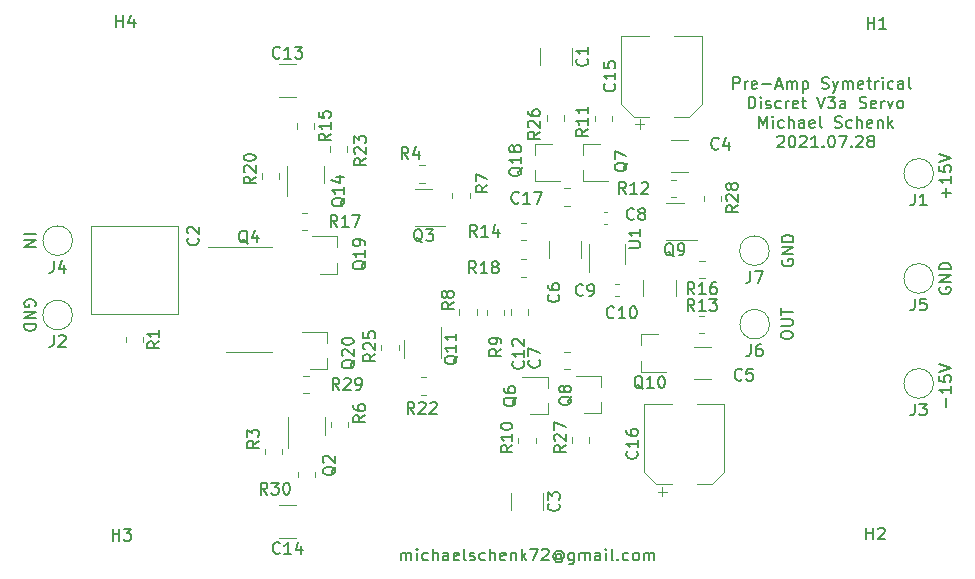
<source format=gbr>
G04 #@! TF.GenerationSoftware,KiCad,Pcbnew,(5.1.10-0-10_14)*
G04 #@! TF.CreationDate,2021-07-28T14:37:46+02:00*
G04 #@! TF.ProjectId,pre-amp-discret,7072652d-616d-4702-9d64-697363726574,rev?*
G04 #@! TF.SameCoordinates,Original*
G04 #@! TF.FileFunction,Legend,Top*
G04 #@! TF.FilePolarity,Positive*
%FSLAX46Y46*%
G04 Gerber Fmt 4.6, Leading zero omitted, Abs format (unit mm)*
G04 Created by KiCad (PCBNEW (5.1.10-0-10_14)) date 2021-07-28 14:37:46*
%MOMM*%
%LPD*%
G01*
G04 APERTURE LIST*
%ADD10C,0.150000*%
%ADD11C,0.120000*%
G04 APERTURE END LIST*
D10*
X200731428Y-132825904D02*
X200731428Y-132064000D01*
X201112380Y-131064000D02*
X201112380Y-131635428D01*
X201112380Y-131349714D02*
X200112380Y-131349714D01*
X200255238Y-131444952D01*
X200350476Y-131540190D01*
X200398095Y-131635428D01*
X200112380Y-130159238D02*
X200112380Y-130635428D01*
X200588571Y-130683047D01*
X200540952Y-130635428D01*
X200493333Y-130540190D01*
X200493333Y-130302095D01*
X200540952Y-130206857D01*
X200588571Y-130159238D01*
X200683809Y-130111619D01*
X200921904Y-130111619D01*
X201017142Y-130159238D01*
X201064761Y-130206857D01*
X201112380Y-130302095D01*
X201112380Y-130540190D01*
X201064761Y-130635428D01*
X201017142Y-130683047D01*
X200112380Y-129825904D02*
X201112380Y-129492571D01*
X200112380Y-129159238D01*
X154563514Y-145791180D02*
X154563514Y-145124514D01*
X154563514Y-145219752D02*
X154611133Y-145172133D01*
X154706371Y-145124514D01*
X154849228Y-145124514D01*
X154944466Y-145172133D01*
X154992085Y-145267371D01*
X154992085Y-145791180D01*
X154992085Y-145267371D02*
X155039704Y-145172133D01*
X155134942Y-145124514D01*
X155277800Y-145124514D01*
X155373038Y-145172133D01*
X155420657Y-145267371D01*
X155420657Y-145791180D01*
X155896847Y-145791180D02*
X155896847Y-145124514D01*
X155896847Y-144791180D02*
X155849228Y-144838800D01*
X155896847Y-144886419D01*
X155944466Y-144838800D01*
X155896847Y-144791180D01*
X155896847Y-144886419D01*
X156801609Y-145743561D02*
X156706371Y-145791180D01*
X156515895Y-145791180D01*
X156420657Y-145743561D01*
X156373038Y-145695942D01*
X156325419Y-145600704D01*
X156325419Y-145314990D01*
X156373038Y-145219752D01*
X156420657Y-145172133D01*
X156515895Y-145124514D01*
X156706371Y-145124514D01*
X156801609Y-145172133D01*
X157230180Y-145791180D02*
X157230180Y-144791180D01*
X157658752Y-145791180D02*
X157658752Y-145267371D01*
X157611133Y-145172133D01*
X157515895Y-145124514D01*
X157373038Y-145124514D01*
X157277800Y-145172133D01*
X157230180Y-145219752D01*
X158563514Y-145791180D02*
X158563514Y-145267371D01*
X158515895Y-145172133D01*
X158420657Y-145124514D01*
X158230180Y-145124514D01*
X158134942Y-145172133D01*
X158563514Y-145743561D02*
X158468276Y-145791180D01*
X158230180Y-145791180D01*
X158134942Y-145743561D01*
X158087323Y-145648323D01*
X158087323Y-145553085D01*
X158134942Y-145457847D01*
X158230180Y-145410228D01*
X158468276Y-145410228D01*
X158563514Y-145362609D01*
X159420657Y-145743561D02*
X159325419Y-145791180D01*
X159134942Y-145791180D01*
X159039704Y-145743561D01*
X158992085Y-145648323D01*
X158992085Y-145267371D01*
X159039704Y-145172133D01*
X159134942Y-145124514D01*
X159325419Y-145124514D01*
X159420657Y-145172133D01*
X159468276Y-145267371D01*
X159468276Y-145362609D01*
X158992085Y-145457847D01*
X160039704Y-145791180D02*
X159944466Y-145743561D01*
X159896847Y-145648323D01*
X159896847Y-144791180D01*
X160373038Y-145743561D02*
X160468276Y-145791180D01*
X160658752Y-145791180D01*
X160753990Y-145743561D01*
X160801609Y-145648323D01*
X160801609Y-145600704D01*
X160753990Y-145505466D01*
X160658752Y-145457847D01*
X160515895Y-145457847D01*
X160420657Y-145410228D01*
X160373038Y-145314990D01*
X160373038Y-145267371D01*
X160420657Y-145172133D01*
X160515895Y-145124514D01*
X160658752Y-145124514D01*
X160753990Y-145172133D01*
X161658752Y-145743561D02*
X161563514Y-145791180D01*
X161373038Y-145791180D01*
X161277800Y-145743561D01*
X161230180Y-145695942D01*
X161182561Y-145600704D01*
X161182561Y-145314990D01*
X161230180Y-145219752D01*
X161277800Y-145172133D01*
X161373038Y-145124514D01*
X161563514Y-145124514D01*
X161658752Y-145172133D01*
X162087323Y-145791180D02*
X162087323Y-144791180D01*
X162515895Y-145791180D02*
X162515895Y-145267371D01*
X162468276Y-145172133D01*
X162373038Y-145124514D01*
X162230180Y-145124514D01*
X162134942Y-145172133D01*
X162087323Y-145219752D01*
X163373038Y-145743561D02*
X163277800Y-145791180D01*
X163087323Y-145791180D01*
X162992085Y-145743561D01*
X162944466Y-145648323D01*
X162944466Y-145267371D01*
X162992085Y-145172133D01*
X163087323Y-145124514D01*
X163277800Y-145124514D01*
X163373038Y-145172133D01*
X163420657Y-145267371D01*
X163420657Y-145362609D01*
X162944466Y-145457847D01*
X163849228Y-145124514D02*
X163849228Y-145791180D01*
X163849228Y-145219752D02*
X163896847Y-145172133D01*
X163992085Y-145124514D01*
X164134942Y-145124514D01*
X164230180Y-145172133D01*
X164277800Y-145267371D01*
X164277800Y-145791180D01*
X164753990Y-145791180D02*
X164753990Y-144791180D01*
X164849228Y-145410228D02*
X165134942Y-145791180D01*
X165134942Y-145124514D02*
X164753990Y-145505466D01*
X165468276Y-144791180D02*
X166134942Y-144791180D01*
X165706371Y-145791180D01*
X166468276Y-144886419D02*
X166515895Y-144838800D01*
X166611133Y-144791180D01*
X166849228Y-144791180D01*
X166944466Y-144838800D01*
X166992085Y-144886419D01*
X167039704Y-144981657D01*
X167039704Y-145076895D01*
X166992085Y-145219752D01*
X166420657Y-145791180D01*
X167039704Y-145791180D01*
X168087323Y-145314990D02*
X168039704Y-145267371D01*
X167944466Y-145219752D01*
X167849228Y-145219752D01*
X167753990Y-145267371D01*
X167706371Y-145314990D01*
X167658752Y-145410228D01*
X167658752Y-145505466D01*
X167706371Y-145600704D01*
X167753990Y-145648323D01*
X167849228Y-145695942D01*
X167944466Y-145695942D01*
X168039704Y-145648323D01*
X168087323Y-145600704D01*
X168087323Y-145219752D02*
X168087323Y-145600704D01*
X168134942Y-145648323D01*
X168182561Y-145648323D01*
X168277800Y-145600704D01*
X168325419Y-145505466D01*
X168325419Y-145267371D01*
X168230180Y-145124514D01*
X168087323Y-145029276D01*
X167896847Y-144981657D01*
X167706371Y-145029276D01*
X167563514Y-145124514D01*
X167468276Y-145267371D01*
X167420657Y-145457847D01*
X167468276Y-145648323D01*
X167563514Y-145791180D01*
X167706371Y-145886419D01*
X167896847Y-145934038D01*
X168087323Y-145886419D01*
X168230180Y-145791180D01*
X169182561Y-145124514D02*
X169182561Y-145934038D01*
X169134942Y-146029276D01*
X169087323Y-146076895D01*
X168992085Y-146124514D01*
X168849228Y-146124514D01*
X168753990Y-146076895D01*
X169182561Y-145743561D02*
X169087323Y-145791180D01*
X168896847Y-145791180D01*
X168801609Y-145743561D01*
X168753990Y-145695942D01*
X168706371Y-145600704D01*
X168706371Y-145314990D01*
X168753990Y-145219752D01*
X168801609Y-145172133D01*
X168896847Y-145124514D01*
X169087323Y-145124514D01*
X169182561Y-145172133D01*
X169658752Y-145791180D02*
X169658752Y-145124514D01*
X169658752Y-145219752D02*
X169706371Y-145172133D01*
X169801609Y-145124514D01*
X169944466Y-145124514D01*
X170039704Y-145172133D01*
X170087323Y-145267371D01*
X170087323Y-145791180D01*
X170087323Y-145267371D02*
X170134942Y-145172133D01*
X170230180Y-145124514D01*
X170373038Y-145124514D01*
X170468276Y-145172133D01*
X170515895Y-145267371D01*
X170515895Y-145791180D01*
X171420657Y-145791180D02*
X171420657Y-145267371D01*
X171373038Y-145172133D01*
X171277800Y-145124514D01*
X171087323Y-145124514D01*
X170992085Y-145172133D01*
X171420657Y-145743561D02*
X171325419Y-145791180D01*
X171087323Y-145791180D01*
X170992085Y-145743561D01*
X170944466Y-145648323D01*
X170944466Y-145553085D01*
X170992085Y-145457847D01*
X171087323Y-145410228D01*
X171325419Y-145410228D01*
X171420657Y-145362609D01*
X171896847Y-145791180D02*
X171896847Y-145124514D01*
X171896847Y-144791180D02*
X171849228Y-144838800D01*
X171896847Y-144886419D01*
X171944466Y-144838800D01*
X171896847Y-144791180D01*
X171896847Y-144886419D01*
X172515895Y-145791180D02*
X172420657Y-145743561D01*
X172373038Y-145648323D01*
X172373038Y-144791180D01*
X172896847Y-145695942D02*
X172944466Y-145743561D01*
X172896847Y-145791180D01*
X172849228Y-145743561D01*
X172896847Y-145695942D01*
X172896847Y-145791180D01*
X173801609Y-145743561D02*
X173706371Y-145791180D01*
X173515895Y-145791180D01*
X173420657Y-145743561D01*
X173373038Y-145695942D01*
X173325419Y-145600704D01*
X173325419Y-145314990D01*
X173373038Y-145219752D01*
X173420657Y-145172133D01*
X173515895Y-145124514D01*
X173706371Y-145124514D01*
X173801609Y-145172133D01*
X174373038Y-145791180D02*
X174277800Y-145743561D01*
X174230180Y-145695942D01*
X174182561Y-145600704D01*
X174182561Y-145314990D01*
X174230180Y-145219752D01*
X174277800Y-145172133D01*
X174373038Y-145124514D01*
X174515895Y-145124514D01*
X174611133Y-145172133D01*
X174658752Y-145219752D01*
X174706371Y-145314990D01*
X174706371Y-145600704D01*
X174658752Y-145695942D01*
X174611133Y-145743561D01*
X174515895Y-145791180D01*
X174373038Y-145791180D01*
X175134942Y-145791180D02*
X175134942Y-145124514D01*
X175134942Y-145219752D02*
X175182561Y-145172133D01*
X175277800Y-145124514D01*
X175420657Y-145124514D01*
X175515895Y-145172133D01*
X175563514Y-145267371D01*
X175563514Y-145791180D01*
X175563514Y-145267371D02*
X175611133Y-145172133D01*
X175706371Y-145124514D01*
X175849228Y-145124514D01*
X175944466Y-145172133D01*
X175992085Y-145267371D01*
X175992085Y-145791180D01*
X182655557Y-105876580D02*
X182655557Y-104876580D01*
X183036509Y-104876580D01*
X183131747Y-104924200D01*
X183179366Y-104971819D01*
X183226985Y-105067057D01*
X183226985Y-105209914D01*
X183179366Y-105305152D01*
X183131747Y-105352771D01*
X183036509Y-105400390D01*
X182655557Y-105400390D01*
X183655557Y-105876580D02*
X183655557Y-105209914D01*
X183655557Y-105400390D02*
X183703176Y-105305152D01*
X183750795Y-105257533D01*
X183846033Y-105209914D01*
X183941271Y-105209914D01*
X184655557Y-105828961D02*
X184560319Y-105876580D01*
X184369842Y-105876580D01*
X184274604Y-105828961D01*
X184226985Y-105733723D01*
X184226985Y-105352771D01*
X184274604Y-105257533D01*
X184369842Y-105209914D01*
X184560319Y-105209914D01*
X184655557Y-105257533D01*
X184703176Y-105352771D01*
X184703176Y-105448009D01*
X184226985Y-105543247D01*
X185131747Y-105495628D02*
X185893652Y-105495628D01*
X186322223Y-105590866D02*
X186798414Y-105590866D01*
X186226985Y-105876580D02*
X186560319Y-104876580D01*
X186893652Y-105876580D01*
X187226985Y-105876580D02*
X187226985Y-105209914D01*
X187226985Y-105305152D02*
X187274604Y-105257533D01*
X187369842Y-105209914D01*
X187512700Y-105209914D01*
X187607938Y-105257533D01*
X187655557Y-105352771D01*
X187655557Y-105876580D01*
X187655557Y-105352771D02*
X187703176Y-105257533D01*
X187798414Y-105209914D01*
X187941271Y-105209914D01*
X188036509Y-105257533D01*
X188084128Y-105352771D01*
X188084128Y-105876580D01*
X188560319Y-105209914D02*
X188560319Y-106209914D01*
X188560319Y-105257533D02*
X188655557Y-105209914D01*
X188846033Y-105209914D01*
X188941271Y-105257533D01*
X188988890Y-105305152D01*
X189036509Y-105400390D01*
X189036509Y-105686104D01*
X188988890Y-105781342D01*
X188941271Y-105828961D01*
X188846033Y-105876580D01*
X188655557Y-105876580D01*
X188560319Y-105828961D01*
X190179366Y-105828961D02*
X190322223Y-105876580D01*
X190560319Y-105876580D01*
X190655557Y-105828961D01*
X190703176Y-105781342D01*
X190750795Y-105686104D01*
X190750795Y-105590866D01*
X190703176Y-105495628D01*
X190655557Y-105448009D01*
X190560319Y-105400390D01*
X190369842Y-105352771D01*
X190274604Y-105305152D01*
X190226985Y-105257533D01*
X190179366Y-105162295D01*
X190179366Y-105067057D01*
X190226985Y-104971819D01*
X190274604Y-104924200D01*
X190369842Y-104876580D01*
X190607938Y-104876580D01*
X190750795Y-104924200D01*
X191084128Y-105209914D02*
X191322223Y-105876580D01*
X191560319Y-105209914D02*
X191322223Y-105876580D01*
X191226985Y-106114676D01*
X191179366Y-106162295D01*
X191084128Y-106209914D01*
X191941271Y-105876580D02*
X191941271Y-105209914D01*
X191941271Y-105305152D02*
X191988890Y-105257533D01*
X192084128Y-105209914D01*
X192226985Y-105209914D01*
X192322223Y-105257533D01*
X192369842Y-105352771D01*
X192369842Y-105876580D01*
X192369842Y-105352771D02*
X192417461Y-105257533D01*
X192512700Y-105209914D01*
X192655557Y-105209914D01*
X192750795Y-105257533D01*
X192798414Y-105352771D01*
X192798414Y-105876580D01*
X193655557Y-105828961D02*
X193560319Y-105876580D01*
X193369842Y-105876580D01*
X193274604Y-105828961D01*
X193226985Y-105733723D01*
X193226985Y-105352771D01*
X193274604Y-105257533D01*
X193369842Y-105209914D01*
X193560319Y-105209914D01*
X193655557Y-105257533D01*
X193703176Y-105352771D01*
X193703176Y-105448009D01*
X193226985Y-105543247D01*
X193988890Y-105209914D02*
X194369842Y-105209914D01*
X194131747Y-104876580D02*
X194131747Y-105733723D01*
X194179366Y-105828961D01*
X194274604Y-105876580D01*
X194369842Y-105876580D01*
X194703176Y-105876580D02*
X194703176Y-105209914D01*
X194703176Y-105400390D02*
X194750795Y-105305152D01*
X194798414Y-105257533D01*
X194893652Y-105209914D01*
X194988890Y-105209914D01*
X195322223Y-105876580D02*
X195322223Y-105209914D01*
X195322223Y-104876580D02*
X195274604Y-104924200D01*
X195322223Y-104971819D01*
X195369842Y-104924200D01*
X195322223Y-104876580D01*
X195322223Y-104971819D01*
X196226985Y-105828961D02*
X196131747Y-105876580D01*
X195941271Y-105876580D01*
X195846033Y-105828961D01*
X195798414Y-105781342D01*
X195750795Y-105686104D01*
X195750795Y-105400390D01*
X195798414Y-105305152D01*
X195846033Y-105257533D01*
X195941271Y-105209914D01*
X196131747Y-105209914D01*
X196226985Y-105257533D01*
X197084128Y-105876580D02*
X197084128Y-105352771D01*
X197036509Y-105257533D01*
X196941271Y-105209914D01*
X196750795Y-105209914D01*
X196655557Y-105257533D01*
X197084128Y-105828961D02*
X196988890Y-105876580D01*
X196750795Y-105876580D01*
X196655557Y-105828961D01*
X196607938Y-105733723D01*
X196607938Y-105638485D01*
X196655557Y-105543247D01*
X196750795Y-105495628D01*
X196988890Y-105495628D01*
X197084128Y-105448009D01*
X197703176Y-105876580D02*
X197607938Y-105828961D01*
X197560319Y-105733723D01*
X197560319Y-104876580D01*
X183988890Y-107526580D02*
X183988890Y-106526580D01*
X184226985Y-106526580D01*
X184369842Y-106574200D01*
X184465080Y-106669438D01*
X184512700Y-106764676D01*
X184560319Y-106955152D01*
X184560319Y-107098009D01*
X184512700Y-107288485D01*
X184465080Y-107383723D01*
X184369842Y-107478961D01*
X184226985Y-107526580D01*
X183988890Y-107526580D01*
X184988890Y-107526580D02*
X184988890Y-106859914D01*
X184988890Y-106526580D02*
X184941271Y-106574200D01*
X184988890Y-106621819D01*
X185036509Y-106574200D01*
X184988890Y-106526580D01*
X184988890Y-106621819D01*
X185417461Y-107478961D02*
X185512700Y-107526580D01*
X185703176Y-107526580D01*
X185798414Y-107478961D01*
X185846033Y-107383723D01*
X185846033Y-107336104D01*
X185798414Y-107240866D01*
X185703176Y-107193247D01*
X185560319Y-107193247D01*
X185465080Y-107145628D01*
X185417461Y-107050390D01*
X185417461Y-107002771D01*
X185465080Y-106907533D01*
X185560319Y-106859914D01*
X185703176Y-106859914D01*
X185798414Y-106907533D01*
X186703176Y-107478961D02*
X186607938Y-107526580D01*
X186417461Y-107526580D01*
X186322223Y-107478961D01*
X186274604Y-107431342D01*
X186226985Y-107336104D01*
X186226985Y-107050390D01*
X186274604Y-106955152D01*
X186322223Y-106907533D01*
X186417461Y-106859914D01*
X186607938Y-106859914D01*
X186703176Y-106907533D01*
X187131747Y-107526580D02*
X187131747Y-106859914D01*
X187131747Y-107050390D02*
X187179366Y-106955152D01*
X187226985Y-106907533D01*
X187322223Y-106859914D01*
X187417461Y-106859914D01*
X188131747Y-107478961D02*
X188036509Y-107526580D01*
X187846033Y-107526580D01*
X187750795Y-107478961D01*
X187703176Y-107383723D01*
X187703176Y-107002771D01*
X187750795Y-106907533D01*
X187846033Y-106859914D01*
X188036509Y-106859914D01*
X188131747Y-106907533D01*
X188179366Y-107002771D01*
X188179366Y-107098009D01*
X187703176Y-107193247D01*
X188465080Y-106859914D02*
X188846033Y-106859914D01*
X188607938Y-106526580D02*
X188607938Y-107383723D01*
X188655557Y-107478961D01*
X188750795Y-107526580D01*
X188846033Y-107526580D01*
X189798414Y-106526580D02*
X190131747Y-107526580D01*
X190465080Y-106526580D01*
X190703176Y-106526580D02*
X191322223Y-106526580D01*
X190988890Y-106907533D01*
X191131747Y-106907533D01*
X191226985Y-106955152D01*
X191274604Y-107002771D01*
X191322223Y-107098009D01*
X191322223Y-107336104D01*
X191274604Y-107431342D01*
X191226985Y-107478961D01*
X191131747Y-107526580D01*
X190846033Y-107526580D01*
X190750795Y-107478961D01*
X190703176Y-107431342D01*
X192179366Y-107526580D02*
X192179366Y-107002771D01*
X192131747Y-106907533D01*
X192036509Y-106859914D01*
X191846033Y-106859914D01*
X191750795Y-106907533D01*
X192179366Y-107478961D02*
X192084128Y-107526580D01*
X191846033Y-107526580D01*
X191750795Y-107478961D01*
X191703176Y-107383723D01*
X191703176Y-107288485D01*
X191750795Y-107193247D01*
X191846033Y-107145628D01*
X192084128Y-107145628D01*
X192179366Y-107098009D01*
X193369842Y-107478961D02*
X193512700Y-107526580D01*
X193750795Y-107526580D01*
X193846033Y-107478961D01*
X193893652Y-107431342D01*
X193941271Y-107336104D01*
X193941271Y-107240866D01*
X193893652Y-107145628D01*
X193846033Y-107098009D01*
X193750795Y-107050390D01*
X193560319Y-107002771D01*
X193465080Y-106955152D01*
X193417461Y-106907533D01*
X193369842Y-106812295D01*
X193369842Y-106717057D01*
X193417461Y-106621819D01*
X193465080Y-106574200D01*
X193560319Y-106526580D01*
X193798414Y-106526580D01*
X193941271Y-106574200D01*
X194750795Y-107478961D02*
X194655557Y-107526580D01*
X194465080Y-107526580D01*
X194369842Y-107478961D01*
X194322223Y-107383723D01*
X194322223Y-107002771D01*
X194369842Y-106907533D01*
X194465080Y-106859914D01*
X194655557Y-106859914D01*
X194750795Y-106907533D01*
X194798414Y-107002771D01*
X194798414Y-107098009D01*
X194322223Y-107193247D01*
X195226985Y-107526580D02*
X195226985Y-106859914D01*
X195226985Y-107050390D02*
X195274604Y-106955152D01*
X195322223Y-106907533D01*
X195417461Y-106859914D01*
X195512699Y-106859914D01*
X195750795Y-106859914D02*
X195988890Y-107526580D01*
X196226985Y-106859914D01*
X196750795Y-107526580D02*
X196655557Y-107478961D01*
X196607938Y-107431342D01*
X196560319Y-107336104D01*
X196560319Y-107050390D01*
X196607938Y-106955152D01*
X196655557Y-106907533D01*
X196750795Y-106859914D01*
X196893652Y-106859914D01*
X196988890Y-106907533D01*
X197036509Y-106955152D01*
X197084128Y-107050390D01*
X197084128Y-107336104D01*
X197036509Y-107431342D01*
X196988890Y-107478961D01*
X196893652Y-107526580D01*
X196750795Y-107526580D01*
X184893652Y-109176580D02*
X184893652Y-108176580D01*
X185226985Y-108890866D01*
X185560319Y-108176580D01*
X185560319Y-109176580D01*
X186036509Y-109176580D02*
X186036509Y-108509914D01*
X186036509Y-108176580D02*
X185988890Y-108224200D01*
X186036509Y-108271819D01*
X186084128Y-108224200D01*
X186036509Y-108176580D01*
X186036509Y-108271819D01*
X186941271Y-109128961D02*
X186846033Y-109176580D01*
X186655557Y-109176580D01*
X186560319Y-109128961D01*
X186512700Y-109081342D01*
X186465080Y-108986104D01*
X186465080Y-108700390D01*
X186512700Y-108605152D01*
X186560319Y-108557533D01*
X186655557Y-108509914D01*
X186846033Y-108509914D01*
X186941271Y-108557533D01*
X187369842Y-109176580D02*
X187369842Y-108176580D01*
X187798414Y-109176580D02*
X187798414Y-108652771D01*
X187750795Y-108557533D01*
X187655557Y-108509914D01*
X187512700Y-108509914D01*
X187417461Y-108557533D01*
X187369842Y-108605152D01*
X188703176Y-109176580D02*
X188703176Y-108652771D01*
X188655557Y-108557533D01*
X188560319Y-108509914D01*
X188369842Y-108509914D01*
X188274604Y-108557533D01*
X188703176Y-109128961D02*
X188607938Y-109176580D01*
X188369842Y-109176580D01*
X188274604Y-109128961D01*
X188226985Y-109033723D01*
X188226985Y-108938485D01*
X188274604Y-108843247D01*
X188369842Y-108795628D01*
X188607938Y-108795628D01*
X188703176Y-108748009D01*
X189560319Y-109128961D02*
X189465080Y-109176580D01*
X189274604Y-109176580D01*
X189179366Y-109128961D01*
X189131747Y-109033723D01*
X189131747Y-108652771D01*
X189179366Y-108557533D01*
X189274604Y-108509914D01*
X189465080Y-108509914D01*
X189560319Y-108557533D01*
X189607938Y-108652771D01*
X189607938Y-108748009D01*
X189131747Y-108843247D01*
X190179366Y-109176580D02*
X190084128Y-109128961D01*
X190036509Y-109033723D01*
X190036509Y-108176580D01*
X191274604Y-109128961D02*
X191417461Y-109176580D01*
X191655557Y-109176580D01*
X191750795Y-109128961D01*
X191798414Y-109081342D01*
X191846033Y-108986104D01*
X191846033Y-108890866D01*
X191798414Y-108795628D01*
X191750795Y-108748009D01*
X191655557Y-108700390D01*
X191465080Y-108652771D01*
X191369842Y-108605152D01*
X191322223Y-108557533D01*
X191274604Y-108462295D01*
X191274604Y-108367057D01*
X191322223Y-108271819D01*
X191369842Y-108224200D01*
X191465080Y-108176580D01*
X191703176Y-108176580D01*
X191846033Y-108224200D01*
X192703176Y-109128961D02*
X192607938Y-109176580D01*
X192417461Y-109176580D01*
X192322223Y-109128961D01*
X192274604Y-109081342D01*
X192226985Y-108986104D01*
X192226985Y-108700390D01*
X192274604Y-108605152D01*
X192322223Y-108557533D01*
X192417461Y-108509914D01*
X192607938Y-108509914D01*
X192703176Y-108557533D01*
X193131747Y-109176580D02*
X193131747Y-108176580D01*
X193560319Y-109176580D02*
X193560319Y-108652771D01*
X193512700Y-108557533D01*
X193417461Y-108509914D01*
X193274604Y-108509914D01*
X193179366Y-108557533D01*
X193131747Y-108605152D01*
X194417461Y-109128961D02*
X194322223Y-109176580D01*
X194131747Y-109176580D01*
X194036509Y-109128961D01*
X193988890Y-109033723D01*
X193988890Y-108652771D01*
X194036509Y-108557533D01*
X194131747Y-108509914D01*
X194322223Y-108509914D01*
X194417461Y-108557533D01*
X194465080Y-108652771D01*
X194465080Y-108748009D01*
X193988890Y-108843247D01*
X194893652Y-108509914D02*
X194893652Y-109176580D01*
X194893652Y-108605152D02*
X194941271Y-108557533D01*
X195036509Y-108509914D01*
X195179366Y-108509914D01*
X195274604Y-108557533D01*
X195322223Y-108652771D01*
X195322223Y-109176580D01*
X195798414Y-109176580D02*
X195798414Y-108176580D01*
X195893652Y-108795628D02*
X196179366Y-109176580D01*
X196179366Y-108509914D02*
X195798414Y-108890866D01*
X186417461Y-109921819D02*
X186465080Y-109874200D01*
X186560319Y-109826580D01*
X186798414Y-109826580D01*
X186893652Y-109874200D01*
X186941271Y-109921819D01*
X186988890Y-110017057D01*
X186988890Y-110112295D01*
X186941271Y-110255152D01*
X186369842Y-110826580D01*
X186988890Y-110826580D01*
X187607938Y-109826580D02*
X187703176Y-109826580D01*
X187798414Y-109874200D01*
X187846033Y-109921819D01*
X187893652Y-110017057D01*
X187941271Y-110207533D01*
X187941271Y-110445628D01*
X187893652Y-110636104D01*
X187846033Y-110731342D01*
X187798414Y-110778961D01*
X187703176Y-110826580D01*
X187607938Y-110826580D01*
X187512700Y-110778961D01*
X187465080Y-110731342D01*
X187417461Y-110636104D01*
X187369842Y-110445628D01*
X187369842Y-110207533D01*
X187417461Y-110017057D01*
X187465080Y-109921819D01*
X187512700Y-109874200D01*
X187607938Y-109826580D01*
X188322223Y-109921819D02*
X188369842Y-109874200D01*
X188465080Y-109826580D01*
X188703176Y-109826580D01*
X188798414Y-109874200D01*
X188846033Y-109921819D01*
X188893652Y-110017057D01*
X188893652Y-110112295D01*
X188846033Y-110255152D01*
X188274604Y-110826580D01*
X188893652Y-110826580D01*
X189846033Y-110826580D02*
X189274604Y-110826580D01*
X189560319Y-110826580D02*
X189560319Y-109826580D01*
X189465080Y-109969438D01*
X189369842Y-110064676D01*
X189274604Y-110112295D01*
X190274604Y-110731342D02*
X190322223Y-110778961D01*
X190274604Y-110826580D01*
X190226985Y-110778961D01*
X190274604Y-110731342D01*
X190274604Y-110826580D01*
X190941271Y-109826580D02*
X191036509Y-109826580D01*
X191131747Y-109874200D01*
X191179366Y-109921819D01*
X191226985Y-110017057D01*
X191274604Y-110207533D01*
X191274604Y-110445628D01*
X191226985Y-110636104D01*
X191179366Y-110731342D01*
X191131747Y-110778961D01*
X191036509Y-110826580D01*
X190941271Y-110826580D01*
X190846033Y-110778961D01*
X190798414Y-110731342D01*
X190750795Y-110636104D01*
X190703176Y-110445628D01*
X190703176Y-110207533D01*
X190750795Y-110017057D01*
X190798414Y-109921819D01*
X190846033Y-109874200D01*
X190941271Y-109826580D01*
X191607938Y-109826580D02*
X192274604Y-109826580D01*
X191846033Y-110826580D01*
X192655557Y-110731342D02*
X192703176Y-110778961D01*
X192655557Y-110826580D01*
X192607938Y-110778961D01*
X192655557Y-110731342D01*
X192655557Y-110826580D01*
X193084128Y-109921819D02*
X193131747Y-109874200D01*
X193226985Y-109826580D01*
X193465080Y-109826580D01*
X193560319Y-109874200D01*
X193607938Y-109921819D01*
X193655557Y-110017057D01*
X193655557Y-110112295D01*
X193607938Y-110255152D01*
X193036509Y-110826580D01*
X193655557Y-110826580D01*
X194226985Y-110255152D02*
X194131747Y-110207533D01*
X194084128Y-110159914D01*
X194036509Y-110064676D01*
X194036509Y-110017057D01*
X194084128Y-109921819D01*
X194131747Y-109874200D01*
X194226985Y-109826580D01*
X194417461Y-109826580D01*
X194512700Y-109874200D01*
X194560319Y-109921819D01*
X194607938Y-110017057D01*
X194607938Y-110064676D01*
X194560319Y-110159914D01*
X194512700Y-110207533D01*
X194417461Y-110255152D01*
X194226985Y-110255152D01*
X194131747Y-110302771D01*
X194084128Y-110350390D01*
X194036509Y-110445628D01*
X194036509Y-110636104D01*
X194084128Y-110731342D01*
X194131747Y-110778961D01*
X194226985Y-110826580D01*
X194417461Y-110826580D01*
X194512700Y-110778961D01*
X194560319Y-110731342D01*
X194607938Y-110636104D01*
X194607938Y-110445628D01*
X194560319Y-110350390D01*
X194512700Y-110302771D01*
X194417461Y-110255152D01*
X186825000Y-120332404D02*
X186777380Y-120427642D01*
X186777380Y-120570500D01*
X186825000Y-120713357D01*
X186920238Y-120808595D01*
X187015476Y-120856214D01*
X187205952Y-120903833D01*
X187348809Y-120903833D01*
X187539285Y-120856214D01*
X187634523Y-120808595D01*
X187729761Y-120713357D01*
X187777380Y-120570500D01*
X187777380Y-120475261D01*
X187729761Y-120332404D01*
X187682142Y-120284785D01*
X187348809Y-120284785D01*
X187348809Y-120475261D01*
X187777380Y-119856214D02*
X186777380Y-119856214D01*
X187777380Y-119284785D01*
X186777380Y-119284785D01*
X187777380Y-118808595D02*
X186777380Y-118808595D01*
X186777380Y-118570500D01*
X186825000Y-118427642D01*
X186920238Y-118332404D01*
X187015476Y-118284785D01*
X187205952Y-118237166D01*
X187348809Y-118237166D01*
X187539285Y-118284785D01*
X187634523Y-118332404D01*
X187729761Y-118427642D01*
X187777380Y-118570500D01*
X187777380Y-118808595D01*
X186713880Y-126793500D02*
X186713880Y-126603023D01*
X186761500Y-126507785D01*
X186856738Y-126412547D01*
X187047214Y-126364928D01*
X187380547Y-126364928D01*
X187571023Y-126412547D01*
X187666261Y-126507785D01*
X187713880Y-126603023D01*
X187713880Y-126793500D01*
X187666261Y-126888738D01*
X187571023Y-126983976D01*
X187380547Y-127031595D01*
X187047214Y-127031595D01*
X186856738Y-126983976D01*
X186761500Y-126888738D01*
X186713880Y-126793500D01*
X186713880Y-125936357D02*
X187523404Y-125936357D01*
X187618642Y-125888738D01*
X187666261Y-125841119D01*
X187713880Y-125745880D01*
X187713880Y-125555404D01*
X187666261Y-125460166D01*
X187618642Y-125412547D01*
X187523404Y-125364928D01*
X186713880Y-125364928D01*
X186713880Y-125031595D02*
X186713880Y-124460166D01*
X187713880Y-124745880D02*
X186713880Y-124745880D01*
X123588400Y-124256895D02*
X123636019Y-124161657D01*
X123636019Y-124018800D01*
X123588400Y-123875942D01*
X123493161Y-123780704D01*
X123397923Y-123733085D01*
X123207447Y-123685466D01*
X123064590Y-123685466D01*
X122874114Y-123733085D01*
X122778876Y-123780704D01*
X122683638Y-123875942D01*
X122636019Y-124018800D01*
X122636019Y-124114038D01*
X122683638Y-124256895D01*
X122731257Y-124304514D01*
X123064590Y-124304514D01*
X123064590Y-124114038D01*
X122636019Y-124733085D02*
X123636019Y-124733085D01*
X122636019Y-125304514D01*
X123636019Y-125304514D01*
X122636019Y-125780704D02*
X123636019Y-125780704D01*
X123636019Y-126018800D01*
X123588400Y-126161657D01*
X123493161Y-126256895D01*
X123397923Y-126304514D01*
X123207447Y-126352133D01*
X123064590Y-126352133D01*
X122874114Y-126304514D01*
X122778876Y-126256895D01*
X122683638Y-126161657D01*
X122636019Y-126018800D01*
X122636019Y-125780704D01*
X122636019Y-118195790D02*
X123636019Y-118195790D01*
X122636019Y-118671980D02*
X123636019Y-118671980D01*
X122636019Y-119243409D01*
X123636019Y-119243409D01*
X200160000Y-122681904D02*
X200112380Y-122777142D01*
X200112380Y-122920000D01*
X200160000Y-123062857D01*
X200255238Y-123158095D01*
X200350476Y-123205714D01*
X200540952Y-123253333D01*
X200683809Y-123253333D01*
X200874285Y-123205714D01*
X200969523Y-123158095D01*
X201064761Y-123062857D01*
X201112380Y-122920000D01*
X201112380Y-122824761D01*
X201064761Y-122681904D01*
X201017142Y-122634285D01*
X200683809Y-122634285D01*
X200683809Y-122824761D01*
X201112380Y-122205714D02*
X200112380Y-122205714D01*
X201112380Y-121634285D01*
X200112380Y-121634285D01*
X201112380Y-121158095D02*
X200112380Y-121158095D01*
X200112380Y-120920000D01*
X200160000Y-120777142D01*
X200255238Y-120681904D01*
X200350476Y-120634285D01*
X200540952Y-120586666D01*
X200683809Y-120586666D01*
X200874285Y-120634285D01*
X200969523Y-120681904D01*
X201064761Y-120777142D01*
X201112380Y-120920000D01*
X201112380Y-121158095D01*
X200731428Y-115045904D02*
X200731428Y-114284000D01*
X201112380Y-114664952D02*
X200350476Y-114664952D01*
X201112380Y-113284000D02*
X201112380Y-113855428D01*
X201112380Y-113569714D02*
X200112380Y-113569714D01*
X200255238Y-113664952D01*
X200350476Y-113760190D01*
X200398095Y-113855428D01*
X200112380Y-112379238D02*
X200112380Y-112855428D01*
X200588571Y-112903047D01*
X200540952Y-112855428D01*
X200493333Y-112760190D01*
X200493333Y-112522095D01*
X200540952Y-112426857D01*
X200588571Y-112379238D01*
X200683809Y-112331619D01*
X200921904Y-112331619D01*
X201017142Y-112379238D01*
X201064761Y-112426857D01*
X201112380Y-112522095D01*
X201112380Y-112760190D01*
X201064761Y-112855428D01*
X201017142Y-112903047D01*
X200112380Y-112045904D02*
X201112380Y-111712571D01*
X200112380Y-111379238D01*
D11*
X145643252Y-143854000D02*
X144220748Y-143854000D01*
X145643252Y-141134000D02*
X144220748Y-141134000D01*
X144220748Y-103796000D02*
X145643252Y-103796000D01*
X144220748Y-106516000D02*
X145643252Y-106516000D01*
X175068400Y-123444052D02*
X175068400Y-122021548D01*
X177788400Y-123444052D02*
X177788400Y-122021548D01*
X167105500Y-120179752D02*
X167105500Y-118757248D01*
X169825500Y-120179752D02*
X169825500Y-118757248D01*
X179349748Y-127735500D02*
X180772252Y-127735500D01*
X179349748Y-130455500D02*
X180772252Y-130455500D01*
X178867252Y-112929500D02*
X177444748Y-112929500D01*
X178867252Y-110209500D02*
X177444748Y-110209500D01*
X166587000Y-140106748D02*
X166587000Y-141529252D01*
X163867000Y-140106748D02*
X163867000Y-141529252D01*
X169000000Y-102437748D02*
X169000000Y-103860252D01*
X166280000Y-102437748D02*
X166280000Y-103860252D01*
X176269950Y-139966750D02*
X177057450Y-139966750D01*
X176663700Y-140360500D02*
X176663700Y-139573000D01*
X180856763Y-139333000D02*
X181921200Y-138268563D01*
X176165637Y-139333000D02*
X175101200Y-138268563D01*
X176165637Y-139333000D02*
X177451200Y-139333000D01*
X180856763Y-139333000D02*
X179571200Y-139333000D01*
X181921200Y-138268563D02*
X181921200Y-132513000D01*
X175101200Y-138268563D02*
X175101200Y-132513000D01*
X175101200Y-132513000D02*
X177451200Y-132513000D01*
X181921200Y-132513000D02*
X179571200Y-132513000D01*
X174352250Y-108849250D02*
X175139750Y-108849250D01*
X174746000Y-109243000D02*
X174746000Y-108455500D01*
X178939063Y-108215500D02*
X180003500Y-107151063D01*
X174247937Y-108215500D02*
X173183500Y-107151063D01*
X174247937Y-108215500D02*
X175533500Y-108215500D01*
X178939063Y-108215500D02*
X177653500Y-108215500D01*
X180003500Y-107151063D02*
X180003500Y-101395500D01*
X173183500Y-107151063D02*
X173183500Y-101395500D01*
X173183500Y-101395500D02*
X175533500Y-101395500D01*
X180003500Y-101395500D02*
X177653500Y-101395500D01*
X173518000Y-120728000D02*
X173518000Y-118968000D01*
X170448000Y-118968000D02*
X170448000Y-121398000D01*
X165152564Y-121766000D02*
X164698436Y-121766000D01*
X165152564Y-120296000D02*
X164698436Y-120296000D01*
X180246264Y-121893000D02*
X179792136Y-121893000D01*
X180246264Y-120423000D02*
X179792136Y-120423000D01*
X165152564Y-118654500D02*
X164698436Y-118654500D01*
X165152564Y-117184500D02*
X164698436Y-117184500D01*
X172966767Y-123382500D02*
X172674233Y-123382500D01*
X172966767Y-122362500D02*
X172674233Y-122362500D01*
X172001567Y-117350000D02*
X171709033Y-117350000D01*
X172001567Y-116330000D02*
X171709033Y-116330000D01*
X128258400Y-117478000D02*
X135698400Y-117478000D01*
X128258400Y-124918000D02*
X135698400Y-124918000D01*
X135698400Y-124918000D02*
X135698400Y-117478000D01*
X128258400Y-124918000D02*
X128258400Y-117478000D01*
X141681200Y-128133000D02*
X143631200Y-128133000D01*
X141681200Y-128133000D02*
X139731200Y-128133000D01*
X141681200Y-119263000D02*
X143631200Y-119263000D01*
X141681200Y-119263000D02*
X138231200Y-119263000D01*
X144975100Y-134424000D02*
X144975100Y-136274000D01*
X144975100Y-134424000D02*
X144975100Y-133674000D01*
X148095100Y-134424000D02*
X148095100Y-135174000D01*
X148095100Y-134424000D02*
X148095100Y-133674000D01*
X177731000Y-118666700D02*
X179581000Y-118666700D01*
X177731000Y-118666700D02*
X176981000Y-118666700D01*
X177731000Y-115546700D02*
X178481000Y-115546700D01*
X177731000Y-115546700D02*
X176981000Y-115546700D01*
X156458500Y-117457700D02*
X158308500Y-117457700D01*
X156458500Y-117457700D02*
X155708500Y-117457700D01*
X156458500Y-114337700D02*
X157208500Y-114337700D01*
X156458500Y-114337700D02*
X155708500Y-114337700D01*
X148052000Y-113124400D02*
X148052000Y-112374400D01*
X148052000Y-113124400D02*
X148052000Y-113874400D01*
X144932000Y-113124400D02*
X144932000Y-112374400D01*
X144932000Y-113124400D02*
X144932000Y-114974400D01*
X157950300Y-127878800D02*
X157950300Y-126028800D01*
X157950300Y-127878800D02*
X157950300Y-128628800D01*
X154830300Y-127878800D02*
X154830300Y-127128800D01*
X154830300Y-127878800D02*
X154830300Y-128628800D01*
X145797600Y-138313936D02*
X145797600Y-138768064D01*
X147267600Y-138313936D02*
X147267600Y-138768064D01*
X146737564Y-130151200D02*
X146283436Y-130151200D01*
X146737564Y-131621200D02*
X146283436Y-131621200D01*
X146610564Y-116371700D02*
X146156436Y-116371700D01*
X146610564Y-117841700D02*
X146156436Y-117841700D01*
X145746800Y-108793036D02*
X145746800Y-109247164D01*
X147216800Y-108793036D02*
X147216800Y-109247164D01*
X148292600Y-129623900D02*
X146832600Y-129623900D01*
X148292600Y-126463900D02*
X146132600Y-126463900D01*
X148292600Y-126463900D02*
X148292600Y-127393900D01*
X148292600Y-129623900D02*
X148292600Y-128693900D01*
X149143500Y-121529000D02*
X147683500Y-121529000D01*
X149143500Y-118369000D02*
X146983500Y-118369000D01*
X149143500Y-118369000D02*
X149143500Y-119299000D01*
X149143500Y-121529000D02*
X149143500Y-120599000D01*
X143016300Y-136345436D02*
X143016300Y-136799564D01*
X144486300Y-136345436D02*
X144486300Y-136799564D01*
X165854600Y-110550800D02*
X165854600Y-111480800D01*
X165854600Y-113710800D02*
X165854600Y-112780800D01*
X165854600Y-113710800D02*
X168014600Y-113710800D01*
X165854600Y-110550800D02*
X167314600Y-110550800D01*
X180233564Y-125058500D02*
X179779436Y-125058500D01*
X180233564Y-126528500D02*
X179779436Y-126528500D01*
X180163800Y-115368564D02*
X180163800Y-114914436D01*
X181633800Y-115368564D02*
X181633800Y-114914436D01*
X170457800Y-135367536D02*
X170457800Y-135821664D01*
X168987800Y-135367536D02*
X168987800Y-135821664D01*
X168349600Y-108119936D02*
X168349600Y-108574064D01*
X166879600Y-108119936D02*
X166879600Y-108574064D01*
X152884200Y-127973064D02*
X152884200Y-127518936D01*
X154354200Y-127973064D02*
X154354200Y-127518936D01*
X149985400Y-110748836D02*
X149985400Y-111202964D01*
X148515400Y-110748836D02*
X148515400Y-111202964D01*
X156656264Y-131773600D02*
X156202136Y-131773600D01*
X156656264Y-130303600D02*
X156202136Y-130303600D01*
X144257700Y-113034836D02*
X144257700Y-113488964D01*
X142787700Y-113034836D02*
X142787700Y-113488964D01*
X168895752Y-115771600D02*
X168373248Y-115771600D01*
X168895752Y-114301600D02*
X168373248Y-114301600D01*
X185718500Y-119570500D02*
G75*
G03*
X185718500Y-119570500I-1251000J0D01*
G01*
X185743900Y-125793500D02*
G75*
G03*
X185743900Y-125793500I-1251000J0D01*
G01*
X199625000Y-121920000D02*
G75*
G03*
X199625000Y-121920000I-1251000J0D01*
G01*
X126727000Y-118719600D02*
G75*
G03*
X126727000Y-118719600I-1251000J0D01*
G01*
X199625000Y-130810000D02*
G75*
G03*
X199625000Y-130810000I-1251000J0D01*
G01*
X126727000Y-125018800D02*
G75*
G03*
X126727000Y-125018800I-1251000J0D01*
G01*
X199625000Y-113030000D02*
G75*
G03*
X199625000Y-113030000I-1251000J0D01*
G01*
X174846200Y-126649400D02*
X176306200Y-126649400D01*
X174846200Y-129809400D02*
X177006200Y-129809400D01*
X174846200Y-129809400D02*
X174846200Y-128879400D01*
X174846200Y-126649400D02*
X174846200Y-127579400D01*
X156093936Y-113803100D02*
X156548064Y-113803100D01*
X156093936Y-112333100D02*
X156548064Y-112333100D01*
X168895752Y-128106500D02*
X168373248Y-128106500D01*
X168895752Y-129576500D02*
X168373248Y-129576500D01*
X163818900Y-125042652D02*
X163818900Y-124520148D01*
X165288900Y-125042652D02*
X165288900Y-124520148D01*
X131243400Y-126858536D02*
X131243400Y-127312664D01*
X132713400Y-126858536D02*
X132713400Y-127312664D01*
X177379136Y-115047700D02*
X177833264Y-115047700D01*
X177379136Y-113577700D02*
X177833264Y-113577700D01*
X170969000Y-108145336D02*
X170969000Y-108599464D01*
X172439000Y-108145336D02*
X172439000Y-108599464D01*
X164466600Y-135418336D02*
X164466600Y-135872464D01*
X165936600Y-135418336D02*
X165936600Y-135872464D01*
X163282300Y-125020564D02*
X163282300Y-124566436D01*
X161812300Y-125020564D02*
X161812300Y-124566436D01*
X159475500Y-124534436D02*
X159475500Y-124988564D01*
X160945500Y-124534436D02*
X160945500Y-124988564D01*
X160361300Y-115114564D02*
X160361300Y-114660436D01*
X158891300Y-115114564D02*
X158891300Y-114660436D01*
X148591600Y-134034036D02*
X148591600Y-134488164D01*
X150061600Y-134034036D02*
X150061600Y-134488164D01*
X171495500Y-133340000D02*
X170035500Y-133340000D01*
X171495500Y-130180000D02*
X169335500Y-130180000D01*
X171495500Y-130180000D02*
X171495500Y-131110000D01*
X171495500Y-133340000D02*
X171495500Y-132410000D01*
X169944000Y-110550800D02*
X171404000Y-110550800D01*
X169944000Y-113710800D02*
X172104000Y-113710800D01*
X169944000Y-113710800D02*
X169944000Y-112780800D01*
X169944000Y-110550800D02*
X169944000Y-111480800D01*
X166955500Y-133406000D02*
X165495500Y-133406000D01*
X166955500Y-130246000D02*
X164795500Y-130246000D01*
X166955500Y-130246000D02*
X166955500Y-131176000D01*
X166955500Y-133406000D02*
X166955500Y-132476000D01*
D10*
X144289142Y-145151142D02*
X144241523Y-145198761D01*
X144098666Y-145246380D01*
X144003428Y-145246380D01*
X143860571Y-145198761D01*
X143765333Y-145103523D01*
X143717714Y-145008285D01*
X143670095Y-144817809D01*
X143670095Y-144674952D01*
X143717714Y-144484476D01*
X143765333Y-144389238D01*
X143860571Y-144294000D01*
X144003428Y-144246380D01*
X144098666Y-144246380D01*
X144241523Y-144294000D01*
X144289142Y-144341619D01*
X145241523Y-145246380D02*
X144670095Y-145246380D01*
X144955809Y-145246380D02*
X144955809Y-144246380D01*
X144860571Y-144389238D01*
X144765333Y-144484476D01*
X144670095Y-144532095D01*
X146098666Y-144579714D02*
X146098666Y-145246380D01*
X145860571Y-144198761D02*
X145622476Y-144913047D01*
X146241523Y-144913047D01*
X144289142Y-103213142D02*
X144241523Y-103260761D01*
X144098666Y-103308380D01*
X144003428Y-103308380D01*
X143860571Y-103260761D01*
X143765333Y-103165523D01*
X143717714Y-103070285D01*
X143670095Y-102879809D01*
X143670095Y-102736952D01*
X143717714Y-102546476D01*
X143765333Y-102451238D01*
X143860571Y-102356000D01*
X144003428Y-102308380D01*
X144098666Y-102308380D01*
X144241523Y-102356000D01*
X144289142Y-102403619D01*
X145241523Y-103308380D02*
X144670095Y-103308380D01*
X144955809Y-103308380D02*
X144955809Y-102308380D01*
X144860571Y-102451238D01*
X144765333Y-102546476D01*
X144670095Y-102594095D01*
X145574857Y-102308380D02*
X146193904Y-102308380D01*
X145860571Y-102689333D01*
X146003428Y-102689333D01*
X146098666Y-102736952D01*
X146146285Y-102784571D01*
X146193904Y-102879809D01*
X146193904Y-103117904D01*
X146146285Y-103213142D01*
X146098666Y-103260761D01*
X146003428Y-103308380D01*
X145717714Y-103308380D01*
X145622476Y-103260761D01*
X145574857Y-103213142D01*
X172585142Y-125198142D02*
X172537523Y-125245761D01*
X172394666Y-125293380D01*
X172299428Y-125293380D01*
X172156571Y-125245761D01*
X172061333Y-125150523D01*
X172013714Y-125055285D01*
X171966095Y-124864809D01*
X171966095Y-124721952D01*
X172013714Y-124531476D01*
X172061333Y-124436238D01*
X172156571Y-124341000D01*
X172299428Y-124293380D01*
X172394666Y-124293380D01*
X172537523Y-124341000D01*
X172585142Y-124388619D01*
X173537523Y-125293380D02*
X172966095Y-125293380D01*
X173251809Y-125293380D02*
X173251809Y-124293380D01*
X173156571Y-124436238D01*
X173061333Y-124531476D01*
X172966095Y-124579095D01*
X174156571Y-124293380D02*
X174251809Y-124293380D01*
X174347047Y-124341000D01*
X174394666Y-124388619D01*
X174442285Y-124483857D01*
X174489904Y-124674333D01*
X174489904Y-124912428D01*
X174442285Y-125102904D01*
X174394666Y-125198142D01*
X174347047Y-125245761D01*
X174251809Y-125293380D01*
X174156571Y-125293380D01*
X174061333Y-125245761D01*
X174013714Y-125198142D01*
X173966095Y-125102904D01*
X173918476Y-124912428D01*
X173918476Y-124674333D01*
X173966095Y-124483857D01*
X174013714Y-124388619D01*
X174061333Y-124341000D01*
X174156571Y-124293380D01*
X167870142Y-123293166D02*
X167917761Y-123340785D01*
X167965380Y-123483642D01*
X167965380Y-123578880D01*
X167917761Y-123721738D01*
X167822523Y-123816976D01*
X167727285Y-123864595D01*
X167536809Y-123912214D01*
X167393952Y-123912214D01*
X167203476Y-123864595D01*
X167108238Y-123816976D01*
X167013000Y-123721738D01*
X166965380Y-123578880D01*
X166965380Y-123483642D01*
X167013000Y-123340785D01*
X167060619Y-123293166D01*
X166965380Y-122436023D02*
X166965380Y-122626500D01*
X167013000Y-122721738D01*
X167060619Y-122769357D01*
X167203476Y-122864595D01*
X167393952Y-122912214D01*
X167774904Y-122912214D01*
X167870142Y-122864595D01*
X167917761Y-122816976D01*
X167965380Y-122721738D01*
X167965380Y-122531261D01*
X167917761Y-122436023D01*
X167870142Y-122388404D01*
X167774904Y-122340785D01*
X167536809Y-122340785D01*
X167441571Y-122388404D01*
X167393952Y-122436023D01*
X167346333Y-122531261D01*
X167346333Y-122721738D01*
X167393952Y-122816976D01*
X167441571Y-122864595D01*
X167536809Y-122912214D01*
X183411833Y-130468642D02*
X183364214Y-130516261D01*
X183221357Y-130563880D01*
X183126119Y-130563880D01*
X182983261Y-130516261D01*
X182888023Y-130421023D01*
X182840404Y-130325785D01*
X182792785Y-130135309D01*
X182792785Y-129992452D01*
X182840404Y-129801976D01*
X182888023Y-129706738D01*
X182983261Y-129611500D01*
X183126119Y-129563880D01*
X183221357Y-129563880D01*
X183364214Y-129611500D01*
X183411833Y-129659119D01*
X184316595Y-129563880D02*
X183840404Y-129563880D01*
X183792785Y-130040071D01*
X183840404Y-129992452D01*
X183935642Y-129944833D01*
X184173738Y-129944833D01*
X184268976Y-129992452D01*
X184316595Y-130040071D01*
X184364214Y-130135309D01*
X184364214Y-130373404D01*
X184316595Y-130468642D01*
X184268976Y-130516261D01*
X184173738Y-130563880D01*
X183935642Y-130563880D01*
X183840404Y-130516261D01*
X183792785Y-130468642D01*
X181443333Y-110910642D02*
X181395714Y-110958261D01*
X181252857Y-111005880D01*
X181157619Y-111005880D01*
X181014761Y-110958261D01*
X180919523Y-110863023D01*
X180871904Y-110767785D01*
X180824285Y-110577309D01*
X180824285Y-110434452D01*
X180871904Y-110243976D01*
X180919523Y-110148738D01*
X181014761Y-110053500D01*
X181157619Y-110005880D01*
X181252857Y-110005880D01*
X181395714Y-110053500D01*
X181443333Y-110101119D01*
X182300476Y-110339214D02*
X182300476Y-111005880D01*
X182062380Y-109958261D02*
X181824285Y-110672547D01*
X182443333Y-110672547D01*
X167884142Y-140984666D02*
X167931761Y-141032285D01*
X167979380Y-141175142D01*
X167979380Y-141270380D01*
X167931761Y-141413238D01*
X167836523Y-141508476D01*
X167741285Y-141556095D01*
X167550809Y-141603714D01*
X167407952Y-141603714D01*
X167217476Y-141556095D01*
X167122238Y-141508476D01*
X167027000Y-141413238D01*
X166979380Y-141270380D01*
X166979380Y-141175142D01*
X167027000Y-141032285D01*
X167074619Y-140984666D01*
X166979380Y-140651333D02*
X166979380Y-140032285D01*
X167360333Y-140365619D01*
X167360333Y-140222761D01*
X167407952Y-140127523D01*
X167455571Y-140079904D01*
X167550809Y-140032285D01*
X167788904Y-140032285D01*
X167884142Y-140079904D01*
X167931761Y-140127523D01*
X167979380Y-140222761D01*
X167979380Y-140508476D01*
X167931761Y-140603714D01*
X167884142Y-140651333D01*
X170297142Y-103315666D02*
X170344761Y-103363285D01*
X170392380Y-103506142D01*
X170392380Y-103601380D01*
X170344761Y-103744238D01*
X170249523Y-103839476D01*
X170154285Y-103887095D01*
X169963809Y-103934714D01*
X169820952Y-103934714D01*
X169630476Y-103887095D01*
X169535238Y-103839476D01*
X169440000Y-103744238D01*
X169392380Y-103601380D01*
X169392380Y-103506142D01*
X169440000Y-103363285D01*
X169487619Y-103315666D01*
X170392380Y-102363285D02*
X170392380Y-102934714D01*
X170392380Y-102649000D02*
X169392380Y-102649000D01*
X169535238Y-102744238D01*
X169630476Y-102839476D01*
X169678095Y-102934714D01*
X174518342Y-136565857D02*
X174565961Y-136613476D01*
X174613580Y-136756333D01*
X174613580Y-136851571D01*
X174565961Y-136994428D01*
X174470723Y-137089666D01*
X174375485Y-137137285D01*
X174185009Y-137184904D01*
X174042152Y-137184904D01*
X173851676Y-137137285D01*
X173756438Y-137089666D01*
X173661200Y-136994428D01*
X173613580Y-136851571D01*
X173613580Y-136756333D01*
X173661200Y-136613476D01*
X173708819Y-136565857D01*
X174613580Y-135613476D02*
X174613580Y-136184904D01*
X174613580Y-135899190D02*
X173613580Y-135899190D01*
X173756438Y-135994428D01*
X173851676Y-136089666D01*
X173899295Y-136184904D01*
X173613580Y-134756333D02*
X173613580Y-134946809D01*
X173661200Y-135042047D01*
X173708819Y-135089666D01*
X173851676Y-135184904D01*
X174042152Y-135232523D01*
X174423104Y-135232523D01*
X174518342Y-135184904D01*
X174565961Y-135137285D01*
X174613580Y-135042047D01*
X174613580Y-134851571D01*
X174565961Y-134756333D01*
X174518342Y-134708714D01*
X174423104Y-134661095D01*
X174185009Y-134661095D01*
X174089771Y-134708714D01*
X174042152Y-134756333D01*
X173994533Y-134851571D01*
X173994533Y-135042047D01*
X174042152Y-135137285D01*
X174089771Y-135184904D01*
X174185009Y-135232523D01*
X172600642Y-105448357D02*
X172648261Y-105495976D01*
X172695880Y-105638833D01*
X172695880Y-105734071D01*
X172648261Y-105876928D01*
X172553023Y-105972166D01*
X172457785Y-106019785D01*
X172267309Y-106067404D01*
X172124452Y-106067404D01*
X171933976Y-106019785D01*
X171838738Y-105972166D01*
X171743500Y-105876928D01*
X171695880Y-105734071D01*
X171695880Y-105638833D01*
X171743500Y-105495976D01*
X171791119Y-105448357D01*
X172695880Y-104495976D02*
X172695880Y-105067404D01*
X172695880Y-104781690D02*
X171695880Y-104781690D01*
X171838738Y-104876928D01*
X171933976Y-104972166D01*
X171981595Y-105067404D01*
X171695880Y-103591214D02*
X171695880Y-104067404D01*
X172172071Y-104115023D01*
X172124452Y-104067404D01*
X172076833Y-103972166D01*
X172076833Y-103734071D01*
X172124452Y-103638833D01*
X172172071Y-103591214D01*
X172267309Y-103543595D01*
X172505404Y-103543595D01*
X172600642Y-103591214D01*
X172648261Y-103638833D01*
X172695880Y-103734071D01*
X172695880Y-103972166D01*
X172648261Y-104067404D01*
X172600642Y-104115023D01*
X173823380Y-119316404D02*
X174632904Y-119316404D01*
X174728142Y-119268785D01*
X174775761Y-119221166D01*
X174823380Y-119125928D01*
X174823380Y-118935452D01*
X174775761Y-118840214D01*
X174728142Y-118792595D01*
X174632904Y-118744976D01*
X173823380Y-118744976D01*
X174823380Y-117744976D02*
X174823380Y-118316404D01*
X174823380Y-118030690D02*
X173823380Y-118030690D01*
X173966238Y-118125928D01*
X174061476Y-118221166D01*
X174109095Y-118316404D01*
X160901142Y-121483380D02*
X160567809Y-121007190D01*
X160329714Y-121483380D02*
X160329714Y-120483380D01*
X160710666Y-120483380D01*
X160805904Y-120531000D01*
X160853523Y-120578619D01*
X160901142Y-120673857D01*
X160901142Y-120816714D01*
X160853523Y-120911952D01*
X160805904Y-120959571D01*
X160710666Y-121007190D01*
X160329714Y-121007190D01*
X161853523Y-121483380D02*
X161282095Y-121483380D01*
X161567809Y-121483380D02*
X161567809Y-120483380D01*
X161472571Y-120626238D01*
X161377333Y-120721476D01*
X161282095Y-120769095D01*
X162424952Y-120911952D02*
X162329714Y-120864333D01*
X162282095Y-120816714D01*
X162234476Y-120721476D01*
X162234476Y-120673857D01*
X162282095Y-120578619D01*
X162329714Y-120531000D01*
X162424952Y-120483380D01*
X162615428Y-120483380D01*
X162710666Y-120531000D01*
X162758285Y-120578619D01*
X162805904Y-120673857D01*
X162805904Y-120721476D01*
X162758285Y-120816714D01*
X162710666Y-120864333D01*
X162615428Y-120911952D01*
X162424952Y-120911952D01*
X162329714Y-120959571D01*
X162282095Y-121007190D01*
X162234476Y-121102428D01*
X162234476Y-121292904D01*
X162282095Y-121388142D01*
X162329714Y-121435761D01*
X162424952Y-121483380D01*
X162615428Y-121483380D01*
X162710666Y-121435761D01*
X162758285Y-121388142D01*
X162805904Y-121292904D01*
X162805904Y-121102428D01*
X162758285Y-121007190D01*
X162710666Y-120959571D01*
X162615428Y-120911952D01*
X179376342Y-123260380D02*
X179043009Y-122784190D01*
X178804914Y-123260380D02*
X178804914Y-122260380D01*
X179185866Y-122260380D01*
X179281104Y-122308000D01*
X179328723Y-122355619D01*
X179376342Y-122450857D01*
X179376342Y-122593714D01*
X179328723Y-122688952D01*
X179281104Y-122736571D01*
X179185866Y-122784190D01*
X178804914Y-122784190D01*
X180328723Y-123260380D02*
X179757295Y-123260380D01*
X180043009Y-123260380D02*
X180043009Y-122260380D01*
X179947771Y-122403238D01*
X179852533Y-122498476D01*
X179757295Y-122546095D01*
X181185866Y-122260380D02*
X180995390Y-122260380D01*
X180900152Y-122308000D01*
X180852533Y-122355619D01*
X180757295Y-122498476D01*
X180709676Y-122688952D01*
X180709676Y-123069904D01*
X180757295Y-123165142D01*
X180804914Y-123212761D01*
X180900152Y-123260380D01*
X181090628Y-123260380D01*
X181185866Y-123212761D01*
X181233485Y-123165142D01*
X181281104Y-123069904D01*
X181281104Y-122831809D01*
X181233485Y-122736571D01*
X181185866Y-122688952D01*
X181090628Y-122641333D01*
X180900152Y-122641333D01*
X180804914Y-122688952D01*
X180757295Y-122736571D01*
X180709676Y-122831809D01*
X160964642Y-118371880D02*
X160631309Y-117895690D01*
X160393214Y-118371880D02*
X160393214Y-117371880D01*
X160774166Y-117371880D01*
X160869404Y-117419500D01*
X160917023Y-117467119D01*
X160964642Y-117562357D01*
X160964642Y-117705214D01*
X160917023Y-117800452D01*
X160869404Y-117848071D01*
X160774166Y-117895690D01*
X160393214Y-117895690D01*
X161917023Y-118371880D02*
X161345595Y-118371880D01*
X161631309Y-118371880D02*
X161631309Y-117371880D01*
X161536071Y-117514738D01*
X161440833Y-117609976D01*
X161345595Y-117657595D01*
X162774166Y-117705214D02*
X162774166Y-118371880D01*
X162536071Y-117324261D02*
X162297976Y-118038547D01*
X162917023Y-118038547D01*
X169949833Y-123293142D02*
X169902214Y-123340761D01*
X169759357Y-123388380D01*
X169664119Y-123388380D01*
X169521261Y-123340761D01*
X169426023Y-123245523D01*
X169378404Y-123150285D01*
X169330785Y-122959809D01*
X169330785Y-122816952D01*
X169378404Y-122626476D01*
X169426023Y-122531238D01*
X169521261Y-122436000D01*
X169664119Y-122388380D01*
X169759357Y-122388380D01*
X169902214Y-122436000D01*
X169949833Y-122483619D01*
X170426023Y-123388380D02*
X170616500Y-123388380D01*
X170711738Y-123340761D01*
X170759357Y-123293142D01*
X170854595Y-123150285D01*
X170902214Y-122959809D01*
X170902214Y-122578857D01*
X170854595Y-122483619D01*
X170806976Y-122436000D01*
X170711738Y-122388380D01*
X170521261Y-122388380D01*
X170426023Y-122436000D01*
X170378404Y-122483619D01*
X170330785Y-122578857D01*
X170330785Y-122816952D01*
X170378404Y-122912190D01*
X170426023Y-122959809D01*
X170521261Y-123007428D01*
X170711738Y-123007428D01*
X170806976Y-122959809D01*
X170854595Y-122912190D01*
X170902214Y-122816952D01*
X174267833Y-116879642D02*
X174220214Y-116927261D01*
X174077357Y-116974880D01*
X173982119Y-116974880D01*
X173839261Y-116927261D01*
X173744023Y-116832023D01*
X173696404Y-116736785D01*
X173648785Y-116546309D01*
X173648785Y-116403452D01*
X173696404Y-116212976D01*
X173744023Y-116117738D01*
X173839261Y-116022500D01*
X173982119Y-115974880D01*
X174077357Y-115974880D01*
X174220214Y-116022500D01*
X174267833Y-116070119D01*
X174839261Y-116403452D02*
X174744023Y-116355833D01*
X174696404Y-116308214D01*
X174648785Y-116212976D01*
X174648785Y-116165357D01*
X174696404Y-116070119D01*
X174744023Y-116022500D01*
X174839261Y-115974880D01*
X175029738Y-115974880D01*
X175124976Y-116022500D01*
X175172595Y-116070119D01*
X175220214Y-116165357D01*
X175220214Y-116212976D01*
X175172595Y-116308214D01*
X175124976Y-116355833D01*
X175029738Y-116403452D01*
X174839261Y-116403452D01*
X174744023Y-116451071D01*
X174696404Y-116498690D01*
X174648785Y-116593928D01*
X174648785Y-116784404D01*
X174696404Y-116879642D01*
X174744023Y-116927261D01*
X174839261Y-116974880D01*
X175029738Y-116974880D01*
X175124976Y-116927261D01*
X175172595Y-116879642D01*
X175220214Y-116784404D01*
X175220214Y-116593928D01*
X175172595Y-116498690D01*
X175124976Y-116451071D01*
X175029738Y-116403452D01*
X137339342Y-118492566D02*
X137386961Y-118540185D01*
X137434580Y-118683042D01*
X137434580Y-118778280D01*
X137386961Y-118921138D01*
X137291723Y-119016376D01*
X137196485Y-119063995D01*
X137006009Y-119111614D01*
X136863152Y-119111614D01*
X136672676Y-119063995D01*
X136577438Y-119016376D01*
X136482200Y-118921138D01*
X136434580Y-118778280D01*
X136434580Y-118683042D01*
X136482200Y-118540185D01*
X136529819Y-118492566D01*
X136529819Y-118111614D02*
X136482200Y-118063995D01*
X136434580Y-117968757D01*
X136434580Y-117730661D01*
X136482200Y-117635423D01*
X136529819Y-117587804D01*
X136625057Y-117540185D01*
X136720295Y-117540185D01*
X136863152Y-117587804D01*
X137434580Y-118159233D01*
X137434580Y-117540185D01*
X141585961Y-118965619D02*
X141490723Y-118918000D01*
X141395485Y-118822761D01*
X141252628Y-118679904D01*
X141157390Y-118632285D01*
X141062152Y-118632285D01*
X141109771Y-118870380D02*
X141014533Y-118822761D01*
X140919295Y-118727523D01*
X140871676Y-118537047D01*
X140871676Y-118203714D01*
X140919295Y-118013238D01*
X141014533Y-117918000D01*
X141109771Y-117870380D01*
X141300247Y-117870380D01*
X141395485Y-117918000D01*
X141490723Y-118013238D01*
X141538342Y-118203714D01*
X141538342Y-118537047D01*
X141490723Y-118727523D01*
X141395485Y-118822761D01*
X141300247Y-118870380D01*
X141109771Y-118870380D01*
X142395485Y-118203714D02*
X142395485Y-118870380D01*
X142157390Y-117822761D02*
X141919295Y-118537047D01*
X142538342Y-118537047D01*
X149023319Y-137852138D02*
X148975700Y-137947376D01*
X148880461Y-138042614D01*
X148737604Y-138185471D01*
X148689985Y-138280709D01*
X148689985Y-138375947D01*
X148928080Y-138328328D02*
X148880461Y-138423566D01*
X148785223Y-138518804D01*
X148594747Y-138566423D01*
X148261414Y-138566423D01*
X148070938Y-138518804D01*
X147975700Y-138423566D01*
X147928080Y-138328328D01*
X147928080Y-138137852D01*
X147975700Y-138042614D01*
X148070938Y-137947376D01*
X148261414Y-137899757D01*
X148594747Y-137899757D01*
X148785223Y-137947376D01*
X148880461Y-138042614D01*
X148928080Y-138137852D01*
X148928080Y-138328328D01*
X148023319Y-137518804D02*
X147975700Y-137471185D01*
X147928080Y-137375947D01*
X147928080Y-137137852D01*
X147975700Y-137042614D01*
X148023319Y-136994995D01*
X148118557Y-136947376D01*
X148213795Y-136947376D01*
X148356652Y-136994995D01*
X148928080Y-137566423D01*
X148928080Y-136947376D01*
X177635761Y-120054319D02*
X177540523Y-120006700D01*
X177445285Y-119911461D01*
X177302428Y-119768604D01*
X177207190Y-119720985D01*
X177111952Y-119720985D01*
X177159571Y-119959080D02*
X177064333Y-119911461D01*
X176969095Y-119816223D01*
X176921476Y-119625747D01*
X176921476Y-119292414D01*
X176969095Y-119101938D01*
X177064333Y-119006700D01*
X177159571Y-118959080D01*
X177350047Y-118959080D01*
X177445285Y-119006700D01*
X177540523Y-119101938D01*
X177588142Y-119292414D01*
X177588142Y-119625747D01*
X177540523Y-119816223D01*
X177445285Y-119911461D01*
X177350047Y-119959080D01*
X177159571Y-119959080D01*
X178064333Y-119959080D02*
X178254809Y-119959080D01*
X178350047Y-119911461D01*
X178397666Y-119863842D01*
X178492904Y-119720985D01*
X178540523Y-119530509D01*
X178540523Y-119149557D01*
X178492904Y-119054319D01*
X178445285Y-119006700D01*
X178350047Y-118959080D01*
X178159571Y-118959080D01*
X178064333Y-119006700D01*
X178016714Y-119054319D01*
X177969095Y-119149557D01*
X177969095Y-119387652D01*
X178016714Y-119482890D01*
X178064333Y-119530509D01*
X178159571Y-119578128D01*
X178350047Y-119578128D01*
X178445285Y-119530509D01*
X178492904Y-119482890D01*
X178540523Y-119387652D01*
X156363261Y-118845319D02*
X156268023Y-118797700D01*
X156172785Y-118702461D01*
X156029928Y-118559604D01*
X155934690Y-118511985D01*
X155839452Y-118511985D01*
X155887071Y-118750080D02*
X155791833Y-118702461D01*
X155696595Y-118607223D01*
X155648976Y-118416747D01*
X155648976Y-118083414D01*
X155696595Y-117892938D01*
X155791833Y-117797700D01*
X155887071Y-117750080D01*
X156077547Y-117750080D01*
X156172785Y-117797700D01*
X156268023Y-117892938D01*
X156315642Y-118083414D01*
X156315642Y-118416747D01*
X156268023Y-118607223D01*
X156172785Y-118702461D01*
X156077547Y-118750080D01*
X155887071Y-118750080D01*
X156648976Y-117750080D02*
X157268023Y-117750080D01*
X156934690Y-118131033D01*
X157077547Y-118131033D01*
X157172785Y-118178652D01*
X157220404Y-118226271D01*
X157268023Y-118321509D01*
X157268023Y-118559604D01*
X157220404Y-118654842D01*
X157172785Y-118702461D01*
X157077547Y-118750080D01*
X156791833Y-118750080D01*
X156696595Y-118702461D01*
X156648976Y-118654842D01*
X149785319Y-115087328D02*
X149737700Y-115182566D01*
X149642461Y-115277804D01*
X149499604Y-115420661D01*
X149451985Y-115515900D01*
X149451985Y-115611138D01*
X149690080Y-115563519D02*
X149642461Y-115658757D01*
X149547223Y-115753995D01*
X149356747Y-115801614D01*
X149023414Y-115801614D01*
X148832938Y-115753995D01*
X148737700Y-115658757D01*
X148690080Y-115563519D01*
X148690080Y-115373042D01*
X148737700Y-115277804D01*
X148832938Y-115182566D01*
X149023414Y-115134947D01*
X149356747Y-115134947D01*
X149547223Y-115182566D01*
X149642461Y-115277804D01*
X149690080Y-115373042D01*
X149690080Y-115563519D01*
X149690080Y-114182566D02*
X149690080Y-114753995D01*
X149690080Y-114468280D02*
X148690080Y-114468280D01*
X148832938Y-114563519D01*
X148928176Y-114658757D01*
X148975795Y-114753995D01*
X149023414Y-113325423D02*
X149690080Y-113325423D01*
X148642461Y-113563519D02*
X149356747Y-113801614D01*
X149356747Y-113182566D01*
X159337919Y-128450228D02*
X159290300Y-128545466D01*
X159195061Y-128640704D01*
X159052204Y-128783561D01*
X159004585Y-128878800D01*
X159004585Y-128974038D01*
X159242680Y-128926419D02*
X159195061Y-129021657D01*
X159099823Y-129116895D01*
X158909347Y-129164514D01*
X158576014Y-129164514D01*
X158385538Y-129116895D01*
X158290300Y-129021657D01*
X158242680Y-128926419D01*
X158242680Y-128735942D01*
X158290300Y-128640704D01*
X158385538Y-128545466D01*
X158576014Y-128497847D01*
X158909347Y-128497847D01*
X159099823Y-128545466D01*
X159195061Y-128640704D01*
X159242680Y-128735942D01*
X159242680Y-128926419D01*
X159242680Y-127545466D02*
X159242680Y-128116895D01*
X159242680Y-127831180D02*
X158242680Y-127831180D01*
X158385538Y-127926419D01*
X158480776Y-128021657D01*
X158528395Y-128116895D01*
X159242680Y-126593085D02*
X159242680Y-127164514D01*
X159242680Y-126878800D02*
X158242680Y-126878800D01*
X158385538Y-126974038D01*
X158480776Y-127069276D01*
X158528395Y-127164514D01*
X143235442Y-140215880D02*
X142902109Y-139739690D01*
X142664014Y-140215880D02*
X142664014Y-139215880D01*
X143044966Y-139215880D01*
X143140204Y-139263500D01*
X143187823Y-139311119D01*
X143235442Y-139406357D01*
X143235442Y-139549214D01*
X143187823Y-139644452D01*
X143140204Y-139692071D01*
X143044966Y-139739690D01*
X142664014Y-139739690D01*
X143568776Y-139215880D02*
X144187823Y-139215880D01*
X143854490Y-139596833D01*
X143997347Y-139596833D01*
X144092585Y-139644452D01*
X144140204Y-139692071D01*
X144187823Y-139787309D01*
X144187823Y-140025404D01*
X144140204Y-140120642D01*
X144092585Y-140168261D01*
X143997347Y-140215880D01*
X143711633Y-140215880D01*
X143616395Y-140168261D01*
X143568776Y-140120642D01*
X144806871Y-139215880D02*
X144902109Y-139215880D01*
X144997347Y-139263500D01*
X145044966Y-139311119D01*
X145092585Y-139406357D01*
X145140204Y-139596833D01*
X145140204Y-139834928D01*
X145092585Y-140025404D01*
X145044966Y-140120642D01*
X144997347Y-140168261D01*
X144902109Y-140215880D01*
X144806871Y-140215880D01*
X144711633Y-140168261D01*
X144664014Y-140120642D01*
X144616395Y-140025404D01*
X144568776Y-139834928D01*
X144568776Y-139596833D01*
X144616395Y-139406357D01*
X144664014Y-139311119D01*
X144711633Y-139263500D01*
X144806871Y-139215880D01*
X149331442Y-131363980D02*
X148998109Y-130887790D01*
X148760014Y-131363980D02*
X148760014Y-130363980D01*
X149140966Y-130363980D01*
X149236204Y-130411600D01*
X149283823Y-130459219D01*
X149331442Y-130554457D01*
X149331442Y-130697314D01*
X149283823Y-130792552D01*
X149236204Y-130840171D01*
X149140966Y-130887790D01*
X148760014Y-130887790D01*
X149712395Y-130459219D02*
X149760014Y-130411600D01*
X149855252Y-130363980D01*
X150093347Y-130363980D01*
X150188585Y-130411600D01*
X150236204Y-130459219D01*
X150283823Y-130554457D01*
X150283823Y-130649695D01*
X150236204Y-130792552D01*
X149664776Y-131363980D01*
X150283823Y-131363980D01*
X150760014Y-131363980D02*
X150950490Y-131363980D01*
X151045728Y-131316361D01*
X151093347Y-131268742D01*
X151188585Y-131125885D01*
X151236204Y-130935409D01*
X151236204Y-130554457D01*
X151188585Y-130459219D01*
X151140966Y-130411600D01*
X151045728Y-130363980D01*
X150855252Y-130363980D01*
X150760014Y-130411600D01*
X150712395Y-130459219D01*
X150664776Y-130554457D01*
X150664776Y-130792552D01*
X150712395Y-130887790D01*
X150760014Y-130935409D01*
X150855252Y-130983028D01*
X151045728Y-130983028D01*
X151140966Y-130935409D01*
X151188585Y-130887790D01*
X151236204Y-130792552D01*
X149153642Y-117559080D02*
X148820309Y-117082890D01*
X148582214Y-117559080D02*
X148582214Y-116559080D01*
X148963166Y-116559080D01*
X149058404Y-116606700D01*
X149106023Y-116654319D01*
X149153642Y-116749557D01*
X149153642Y-116892414D01*
X149106023Y-116987652D01*
X149058404Y-117035271D01*
X148963166Y-117082890D01*
X148582214Y-117082890D01*
X150106023Y-117559080D02*
X149534595Y-117559080D01*
X149820309Y-117559080D02*
X149820309Y-116559080D01*
X149725071Y-116701938D01*
X149629833Y-116797176D01*
X149534595Y-116844795D01*
X150439357Y-116559080D02*
X151106023Y-116559080D01*
X150677452Y-117559080D01*
X148584180Y-109662957D02*
X148107990Y-109996290D01*
X148584180Y-110234385D02*
X147584180Y-110234385D01*
X147584180Y-109853433D01*
X147631800Y-109758195D01*
X147679419Y-109710576D01*
X147774657Y-109662957D01*
X147917514Y-109662957D01*
X148012752Y-109710576D01*
X148060371Y-109758195D01*
X148107990Y-109853433D01*
X148107990Y-110234385D01*
X148584180Y-108710576D02*
X148584180Y-109282004D01*
X148584180Y-108996290D02*
X147584180Y-108996290D01*
X147727038Y-109091528D01*
X147822276Y-109186766D01*
X147869895Y-109282004D01*
X147584180Y-107805814D02*
X147584180Y-108282004D01*
X148060371Y-108329623D01*
X148012752Y-108282004D01*
X147965133Y-108186766D01*
X147965133Y-107948671D01*
X148012752Y-107853433D01*
X148060371Y-107805814D01*
X148155609Y-107758195D01*
X148393704Y-107758195D01*
X148488942Y-107805814D01*
X148536561Y-107853433D01*
X148584180Y-107948671D01*
X148584180Y-108186766D01*
X148536561Y-108282004D01*
X148488942Y-108329623D01*
X150636219Y-128808328D02*
X150588600Y-128903566D01*
X150493361Y-128998804D01*
X150350504Y-129141661D01*
X150302885Y-129236900D01*
X150302885Y-129332138D01*
X150540980Y-129284519D02*
X150493361Y-129379757D01*
X150398123Y-129474995D01*
X150207647Y-129522614D01*
X149874314Y-129522614D01*
X149683838Y-129474995D01*
X149588600Y-129379757D01*
X149540980Y-129284519D01*
X149540980Y-129094042D01*
X149588600Y-128998804D01*
X149683838Y-128903566D01*
X149874314Y-128855947D01*
X150207647Y-128855947D01*
X150398123Y-128903566D01*
X150493361Y-128998804D01*
X150540980Y-129094042D01*
X150540980Y-129284519D01*
X149636219Y-128474995D02*
X149588600Y-128427376D01*
X149540980Y-128332138D01*
X149540980Y-128094042D01*
X149588600Y-127998804D01*
X149636219Y-127951185D01*
X149731457Y-127903566D01*
X149826695Y-127903566D01*
X149969552Y-127951185D01*
X150540980Y-128522614D01*
X150540980Y-127903566D01*
X149540980Y-127284519D02*
X149540980Y-127189280D01*
X149588600Y-127094042D01*
X149636219Y-127046423D01*
X149731457Y-126998804D01*
X149921933Y-126951185D01*
X150160028Y-126951185D01*
X150350504Y-126998804D01*
X150445742Y-127046423D01*
X150493361Y-127094042D01*
X150540980Y-127189280D01*
X150540980Y-127284519D01*
X150493361Y-127379757D01*
X150445742Y-127427376D01*
X150350504Y-127474995D01*
X150160028Y-127522614D01*
X149921933Y-127522614D01*
X149731457Y-127474995D01*
X149636219Y-127427376D01*
X149588600Y-127379757D01*
X149540980Y-127284519D01*
X151563319Y-120434028D02*
X151515700Y-120529266D01*
X151420461Y-120624504D01*
X151277604Y-120767361D01*
X151229985Y-120862600D01*
X151229985Y-120957838D01*
X151468080Y-120910219D02*
X151420461Y-121005457D01*
X151325223Y-121100695D01*
X151134747Y-121148314D01*
X150801414Y-121148314D01*
X150610938Y-121100695D01*
X150515700Y-121005457D01*
X150468080Y-120910219D01*
X150468080Y-120719742D01*
X150515700Y-120624504D01*
X150610938Y-120529266D01*
X150801414Y-120481647D01*
X151134747Y-120481647D01*
X151325223Y-120529266D01*
X151420461Y-120624504D01*
X151468080Y-120719742D01*
X151468080Y-120910219D01*
X151468080Y-119529266D02*
X151468080Y-120100695D01*
X151468080Y-119814980D02*
X150468080Y-119814980D01*
X150610938Y-119910219D01*
X150706176Y-120005457D01*
X150753795Y-120100695D01*
X151468080Y-119053076D02*
X151468080Y-118862600D01*
X151420461Y-118767361D01*
X151372842Y-118719742D01*
X151229985Y-118624504D01*
X151039509Y-118576885D01*
X150658557Y-118576885D01*
X150563319Y-118624504D01*
X150515700Y-118672123D01*
X150468080Y-118767361D01*
X150468080Y-118957838D01*
X150515700Y-119053076D01*
X150563319Y-119100695D01*
X150658557Y-119148314D01*
X150896652Y-119148314D01*
X150991890Y-119100695D01*
X151039509Y-119053076D01*
X151087128Y-118957838D01*
X151087128Y-118767361D01*
X151039509Y-118672123D01*
X150991890Y-118624504D01*
X150896652Y-118576885D01*
X142514580Y-135662966D02*
X142038390Y-135996300D01*
X142514580Y-136234395D02*
X141514580Y-136234395D01*
X141514580Y-135853442D01*
X141562200Y-135758204D01*
X141609819Y-135710585D01*
X141705057Y-135662966D01*
X141847914Y-135662966D01*
X141943152Y-135710585D01*
X141990771Y-135758204D01*
X142038390Y-135853442D01*
X142038390Y-136234395D01*
X141514580Y-135329633D02*
X141514580Y-134710585D01*
X141895533Y-135043919D01*
X141895533Y-134901061D01*
X141943152Y-134805823D01*
X141990771Y-134758204D01*
X142086009Y-134710585D01*
X142324104Y-134710585D01*
X142419342Y-134758204D01*
X142466961Y-134805823D01*
X142514580Y-134901061D01*
X142514580Y-135186776D01*
X142466961Y-135282014D01*
X142419342Y-135329633D01*
X164809419Y-112509228D02*
X164761800Y-112604466D01*
X164666561Y-112699704D01*
X164523704Y-112842561D01*
X164476085Y-112937800D01*
X164476085Y-113033038D01*
X164714180Y-112985419D02*
X164666561Y-113080657D01*
X164571323Y-113175895D01*
X164380847Y-113223514D01*
X164047514Y-113223514D01*
X163857038Y-113175895D01*
X163761800Y-113080657D01*
X163714180Y-112985419D01*
X163714180Y-112794942D01*
X163761800Y-112699704D01*
X163857038Y-112604466D01*
X164047514Y-112556847D01*
X164380847Y-112556847D01*
X164571323Y-112604466D01*
X164666561Y-112699704D01*
X164714180Y-112794942D01*
X164714180Y-112985419D01*
X164714180Y-111604466D02*
X164714180Y-112175895D01*
X164714180Y-111890180D02*
X163714180Y-111890180D01*
X163857038Y-111985419D01*
X163952276Y-112080657D01*
X163999895Y-112175895D01*
X164142752Y-111033038D02*
X164095133Y-111128276D01*
X164047514Y-111175895D01*
X163952276Y-111223514D01*
X163904657Y-111223514D01*
X163809419Y-111175895D01*
X163761800Y-111128276D01*
X163714180Y-111033038D01*
X163714180Y-110842561D01*
X163761800Y-110747323D01*
X163809419Y-110699704D01*
X163904657Y-110652085D01*
X163952276Y-110652085D01*
X164047514Y-110699704D01*
X164095133Y-110747323D01*
X164142752Y-110842561D01*
X164142752Y-111033038D01*
X164190371Y-111128276D01*
X164237990Y-111175895D01*
X164333228Y-111223514D01*
X164523704Y-111223514D01*
X164618942Y-111175895D01*
X164666561Y-111128276D01*
X164714180Y-111033038D01*
X164714180Y-110842561D01*
X164666561Y-110747323D01*
X164618942Y-110699704D01*
X164523704Y-110652085D01*
X164333228Y-110652085D01*
X164237990Y-110699704D01*
X164190371Y-110747323D01*
X164142752Y-110842561D01*
X179379642Y-124658380D02*
X179046309Y-124182190D01*
X178808214Y-124658380D02*
X178808214Y-123658380D01*
X179189166Y-123658380D01*
X179284404Y-123706000D01*
X179332023Y-123753619D01*
X179379642Y-123848857D01*
X179379642Y-123991714D01*
X179332023Y-124086952D01*
X179284404Y-124134571D01*
X179189166Y-124182190D01*
X178808214Y-124182190D01*
X180332023Y-124658380D02*
X179760595Y-124658380D01*
X180046309Y-124658380D02*
X180046309Y-123658380D01*
X179951071Y-123801238D01*
X179855833Y-123896476D01*
X179760595Y-123944095D01*
X180665357Y-123658380D02*
X181284404Y-123658380D01*
X180951071Y-124039333D01*
X181093928Y-124039333D01*
X181189166Y-124086952D01*
X181236785Y-124134571D01*
X181284404Y-124229809D01*
X181284404Y-124467904D01*
X181236785Y-124563142D01*
X181189166Y-124610761D01*
X181093928Y-124658380D01*
X180808214Y-124658380D01*
X180712976Y-124610761D01*
X180665357Y-124563142D01*
X183065680Y-115742957D02*
X182589490Y-116076290D01*
X183065680Y-116314385D02*
X182065680Y-116314385D01*
X182065680Y-115933433D01*
X182113300Y-115838195D01*
X182160919Y-115790576D01*
X182256157Y-115742957D01*
X182399014Y-115742957D01*
X182494252Y-115790576D01*
X182541871Y-115838195D01*
X182589490Y-115933433D01*
X182589490Y-116314385D01*
X182160919Y-115362004D02*
X182113300Y-115314385D01*
X182065680Y-115219147D01*
X182065680Y-114981052D01*
X182113300Y-114885814D01*
X182160919Y-114838195D01*
X182256157Y-114790576D01*
X182351395Y-114790576D01*
X182494252Y-114838195D01*
X183065680Y-115409623D01*
X183065680Y-114790576D01*
X182494252Y-114219147D02*
X182446633Y-114314385D01*
X182399014Y-114362004D01*
X182303776Y-114409623D01*
X182256157Y-114409623D01*
X182160919Y-114362004D01*
X182113300Y-114314385D01*
X182065680Y-114219147D01*
X182065680Y-114028671D01*
X182113300Y-113933433D01*
X182160919Y-113885814D01*
X182256157Y-113838195D01*
X182303776Y-113838195D01*
X182399014Y-113885814D01*
X182446633Y-113933433D01*
X182494252Y-114028671D01*
X182494252Y-114219147D01*
X182541871Y-114314385D01*
X182589490Y-114362004D01*
X182684728Y-114409623D01*
X182875204Y-114409623D01*
X182970442Y-114362004D01*
X183018061Y-114314385D01*
X183065680Y-114219147D01*
X183065680Y-114028671D01*
X183018061Y-113933433D01*
X182970442Y-113885814D01*
X182875204Y-113838195D01*
X182684728Y-113838195D01*
X182589490Y-113885814D01*
X182541871Y-113933433D01*
X182494252Y-114028671D01*
X168498780Y-136050257D02*
X168022590Y-136383590D01*
X168498780Y-136621685D02*
X167498780Y-136621685D01*
X167498780Y-136240733D01*
X167546400Y-136145495D01*
X167594019Y-136097876D01*
X167689257Y-136050257D01*
X167832114Y-136050257D01*
X167927352Y-136097876D01*
X167974971Y-136145495D01*
X168022590Y-136240733D01*
X168022590Y-136621685D01*
X167594019Y-135669304D02*
X167546400Y-135621685D01*
X167498780Y-135526447D01*
X167498780Y-135288352D01*
X167546400Y-135193114D01*
X167594019Y-135145495D01*
X167689257Y-135097876D01*
X167784495Y-135097876D01*
X167927352Y-135145495D01*
X168498780Y-135716923D01*
X168498780Y-135097876D01*
X167498780Y-134764542D02*
X167498780Y-134097876D01*
X168498780Y-134526447D01*
X166288980Y-109513857D02*
X165812790Y-109847190D01*
X166288980Y-110085285D02*
X165288980Y-110085285D01*
X165288980Y-109704333D01*
X165336600Y-109609095D01*
X165384219Y-109561476D01*
X165479457Y-109513857D01*
X165622314Y-109513857D01*
X165717552Y-109561476D01*
X165765171Y-109609095D01*
X165812790Y-109704333D01*
X165812790Y-110085285D01*
X165384219Y-109132904D02*
X165336600Y-109085285D01*
X165288980Y-108990047D01*
X165288980Y-108751952D01*
X165336600Y-108656714D01*
X165384219Y-108609095D01*
X165479457Y-108561476D01*
X165574695Y-108561476D01*
X165717552Y-108609095D01*
X166288980Y-109180523D01*
X166288980Y-108561476D01*
X165288980Y-107704333D02*
X165288980Y-107894809D01*
X165336600Y-107990047D01*
X165384219Y-108037666D01*
X165527076Y-108132904D01*
X165717552Y-108180523D01*
X166098504Y-108180523D01*
X166193742Y-108132904D01*
X166241361Y-108085285D01*
X166288980Y-107990047D01*
X166288980Y-107799571D01*
X166241361Y-107704333D01*
X166193742Y-107656714D01*
X166098504Y-107609095D01*
X165860409Y-107609095D01*
X165765171Y-107656714D01*
X165717552Y-107704333D01*
X165669933Y-107799571D01*
X165669933Y-107990047D01*
X165717552Y-108085285D01*
X165765171Y-108132904D01*
X165860409Y-108180523D01*
X152369780Y-128312657D02*
X151893590Y-128645990D01*
X152369780Y-128884085D02*
X151369780Y-128884085D01*
X151369780Y-128503133D01*
X151417400Y-128407895D01*
X151465019Y-128360276D01*
X151560257Y-128312657D01*
X151703114Y-128312657D01*
X151798352Y-128360276D01*
X151845971Y-128407895D01*
X151893590Y-128503133D01*
X151893590Y-128884085D01*
X151465019Y-127931704D02*
X151417400Y-127884085D01*
X151369780Y-127788847D01*
X151369780Y-127550752D01*
X151417400Y-127455514D01*
X151465019Y-127407895D01*
X151560257Y-127360276D01*
X151655495Y-127360276D01*
X151798352Y-127407895D01*
X152369780Y-127979323D01*
X152369780Y-127360276D01*
X151369780Y-126455514D02*
X151369780Y-126931704D01*
X151845971Y-126979323D01*
X151798352Y-126931704D01*
X151750733Y-126836466D01*
X151750733Y-126598371D01*
X151798352Y-126503133D01*
X151845971Y-126455514D01*
X151941209Y-126407895D01*
X152179304Y-126407895D01*
X152274542Y-126455514D01*
X152322161Y-126503133D01*
X152369780Y-126598371D01*
X152369780Y-126836466D01*
X152322161Y-126931704D01*
X152274542Y-126979323D01*
X151582380Y-111755157D02*
X151106190Y-112088490D01*
X151582380Y-112326585D02*
X150582380Y-112326585D01*
X150582380Y-111945633D01*
X150630000Y-111850395D01*
X150677619Y-111802776D01*
X150772857Y-111755157D01*
X150915714Y-111755157D01*
X151010952Y-111802776D01*
X151058571Y-111850395D01*
X151106190Y-111945633D01*
X151106190Y-112326585D01*
X150677619Y-111374204D02*
X150630000Y-111326585D01*
X150582380Y-111231347D01*
X150582380Y-110993252D01*
X150630000Y-110898014D01*
X150677619Y-110850395D01*
X150772857Y-110802776D01*
X150868095Y-110802776D01*
X151010952Y-110850395D01*
X151582380Y-111421823D01*
X151582380Y-110802776D01*
X150582380Y-110469442D02*
X150582380Y-109850395D01*
X150963333Y-110183728D01*
X150963333Y-110040871D01*
X151010952Y-109945633D01*
X151058571Y-109898014D01*
X151153809Y-109850395D01*
X151391904Y-109850395D01*
X151487142Y-109898014D01*
X151534761Y-109945633D01*
X151582380Y-110040871D01*
X151582380Y-110326585D01*
X151534761Y-110421823D01*
X151487142Y-110469442D01*
X155668742Y-133383280D02*
X155335409Y-132907090D01*
X155097314Y-133383280D02*
X155097314Y-132383280D01*
X155478266Y-132383280D01*
X155573504Y-132430900D01*
X155621123Y-132478519D01*
X155668742Y-132573757D01*
X155668742Y-132716614D01*
X155621123Y-132811852D01*
X155573504Y-132859471D01*
X155478266Y-132907090D01*
X155097314Y-132907090D01*
X156049695Y-132478519D02*
X156097314Y-132430900D01*
X156192552Y-132383280D01*
X156430647Y-132383280D01*
X156525885Y-132430900D01*
X156573504Y-132478519D01*
X156621123Y-132573757D01*
X156621123Y-132668995D01*
X156573504Y-132811852D01*
X156002076Y-133383280D01*
X156621123Y-133383280D01*
X157002076Y-132478519D02*
X157049695Y-132430900D01*
X157144933Y-132383280D01*
X157383028Y-132383280D01*
X157478266Y-132430900D01*
X157525885Y-132478519D01*
X157573504Y-132573757D01*
X157573504Y-132668995D01*
X157525885Y-132811852D01*
X156954457Y-133383280D01*
X157573504Y-133383280D01*
X142235180Y-113304557D02*
X141758990Y-113637890D01*
X142235180Y-113875985D02*
X141235180Y-113875985D01*
X141235180Y-113495033D01*
X141282800Y-113399795D01*
X141330419Y-113352176D01*
X141425657Y-113304557D01*
X141568514Y-113304557D01*
X141663752Y-113352176D01*
X141711371Y-113399795D01*
X141758990Y-113495033D01*
X141758990Y-113875985D01*
X141330419Y-112923604D02*
X141282800Y-112875985D01*
X141235180Y-112780747D01*
X141235180Y-112542652D01*
X141282800Y-112447414D01*
X141330419Y-112399795D01*
X141425657Y-112352176D01*
X141520895Y-112352176D01*
X141663752Y-112399795D01*
X142235180Y-112971223D01*
X142235180Y-112352176D01*
X141235180Y-111733128D02*
X141235180Y-111637890D01*
X141282800Y-111542652D01*
X141330419Y-111495033D01*
X141425657Y-111447414D01*
X141616133Y-111399795D01*
X141854228Y-111399795D01*
X142044704Y-111447414D01*
X142139942Y-111495033D01*
X142187561Y-111542652D01*
X142235180Y-111637890D01*
X142235180Y-111733128D01*
X142187561Y-111828366D01*
X142139942Y-111875985D01*
X142044704Y-111923604D01*
X141854228Y-111971223D01*
X141616133Y-111971223D01*
X141425657Y-111923604D01*
X141330419Y-111875985D01*
X141282800Y-111828366D01*
X141235180Y-111733128D01*
X164520642Y-115482642D02*
X164473023Y-115530261D01*
X164330166Y-115577880D01*
X164234928Y-115577880D01*
X164092071Y-115530261D01*
X163996833Y-115435023D01*
X163949214Y-115339785D01*
X163901595Y-115149309D01*
X163901595Y-115006452D01*
X163949214Y-114815976D01*
X163996833Y-114720738D01*
X164092071Y-114625500D01*
X164234928Y-114577880D01*
X164330166Y-114577880D01*
X164473023Y-114625500D01*
X164520642Y-114673119D01*
X165473023Y-115577880D02*
X164901595Y-115577880D01*
X165187309Y-115577880D02*
X165187309Y-114577880D01*
X165092071Y-114720738D01*
X164996833Y-114815976D01*
X164901595Y-114863595D01*
X165806357Y-114577880D02*
X166473023Y-114577880D01*
X166044452Y-115577880D01*
X184134166Y-121272880D02*
X184134166Y-121987166D01*
X184086547Y-122130023D01*
X183991309Y-122225261D01*
X183848452Y-122272880D01*
X183753214Y-122272880D01*
X184515119Y-121272880D02*
X185181785Y-121272880D01*
X184753214Y-122272880D01*
X184159566Y-127495880D02*
X184159566Y-128210166D01*
X184111947Y-128353023D01*
X184016709Y-128448261D01*
X183873852Y-128495880D01*
X183778614Y-128495880D01*
X185064328Y-127495880D02*
X184873852Y-127495880D01*
X184778614Y-127543500D01*
X184730995Y-127591119D01*
X184635757Y-127733976D01*
X184588138Y-127924452D01*
X184588138Y-128305404D01*
X184635757Y-128400642D01*
X184683376Y-128448261D01*
X184778614Y-128495880D01*
X184969090Y-128495880D01*
X185064328Y-128448261D01*
X185111947Y-128400642D01*
X185159566Y-128305404D01*
X185159566Y-128067309D01*
X185111947Y-127972071D01*
X185064328Y-127924452D01*
X184969090Y-127876833D01*
X184778614Y-127876833D01*
X184683376Y-127924452D01*
X184635757Y-127972071D01*
X184588138Y-128067309D01*
X198040666Y-123622380D02*
X198040666Y-124336666D01*
X197993047Y-124479523D01*
X197897809Y-124574761D01*
X197754952Y-124622380D01*
X197659714Y-124622380D01*
X198993047Y-123622380D02*
X198516857Y-123622380D01*
X198469238Y-124098571D01*
X198516857Y-124050952D01*
X198612095Y-124003333D01*
X198850190Y-124003333D01*
X198945428Y-124050952D01*
X198993047Y-124098571D01*
X199040666Y-124193809D01*
X199040666Y-124431904D01*
X198993047Y-124527142D01*
X198945428Y-124574761D01*
X198850190Y-124622380D01*
X198612095Y-124622380D01*
X198516857Y-124574761D01*
X198469238Y-124527142D01*
X125142666Y-120421980D02*
X125142666Y-121136266D01*
X125095047Y-121279123D01*
X124999809Y-121374361D01*
X124856952Y-121421980D01*
X124761714Y-121421980D01*
X126047428Y-120755314D02*
X126047428Y-121421980D01*
X125809333Y-120374361D02*
X125571238Y-121088647D01*
X126190285Y-121088647D01*
X198040666Y-132512380D02*
X198040666Y-133226666D01*
X197993047Y-133369523D01*
X197897809Y-133464761D01*
X197754952Y-133512380D01*
X197659714Y-133512380D01*
X198421619Y-132512380D02*
X199040666Y-132512380D01*
X198707333Y-132893333D01*
X198850190Y-132893333D01*
X198945428Y-132940952D01*
X198993047Y-132988571D01*
X199040666Y-133083809D01*
X199040666Y-133321904D01*
X198993047Y-133417142D01*
X198945428Y-133464761D01*
X198850190Y-133512380D01*
X198564476Y-133512380D01*
X198469238Y-133464761D01*
X198421619Y-133417142D01*
X125142666Y-126721180D02*
X125142666Y-127435466D01*
X125095047Y-127578323D01*
X124999809Y-127673561D01*
X124856952Y-127721180D01*
X124761714Y-127721180D01*
X125571238Y-126816419D02*
X125618857Y-126768800D01*
X125714095Y-126721180D01*
X125952190Y-126721180D01*
X126047428Y-126768800D01*
X126095047Y-126816419D01*
X126142666Y-126911657D01*
X126142666Y-127006895D01*
X126095047Y-127149752D01*
X125523619Y-127721180D01*
X126142666Y-127721180D01*
X198040666Y-114732380D02*
X198040666Y-115446666D01*
X197993047Y-115589523D01*
X197897809Y-115684761D01*
X197754952Y-115732380D01*
X197659714Y-115732380D01*
X199040666Y-115732380D02*
X198469238Y-115732380D01*
X198754952Y-115732380D02*
X198754952Y-114732380D01*
X198659714Y-114875238D01*
X198564476Y-114970476D01*
X198469238Y-115018095D01*
X175034771Y-131277019D02*
X174939533Y-131229400D01*
X174844295Y-131134161D01*
X174701438Y-130991304D01*
X174606200Y-130943685D01*
X174510961Y-130943685D01*
X174558580Y-131181780D02*
X174463342Y-131134161D01*
X174368104Y-131038923D01*
X174320485Y-130848447D01*
X174320485Y-130515114D01*
X174368104Y-130324638D01*
X174463342Y-130229400D01*
X174558580Y-130181780D01*
X174749057Y-130181780D01*
X174844295Y-130229400D01*
X174939533Y-130324638D01*
X174987152Y-130515114D01*
X174987152Y-130848447D01*
X174939533Y-131038923D01*
X174844295Y-131134161D01*
X174749057Y-131181780D01*
X174558580Y-131181780D01*
X175939533Y-131181780D02*
X175368104Y-131181780D01*
X175653819Y-131181780D02*
X175653819Y-130181780D01*
X175558580Y-130324638D01*
X175463342Y-130419876D01*
X175368104Y-130467495D01*
X176558580Y-130181780D02*
X176653819Y-130181780D01*
X176749057Y-130229400D01*
X176796676Y-130277019D01*
X176844295Y-130372257D01*
X176891914Y-130562733D01*
X176891914Y-130800828D01*
X176844295Y-130991304D01*
X176796676Y-131086542D01*
X176749057Y-131134161D01*
X176653819Y-131181780D01*
X176558580Y-131181780D01*
X176463342Y-131134161D01*
X176415723Y-131086542D01*
X176368104Y-130991304D01*
X176320485Y-130800828D01*
X176320485Y-130562733D01*
X176368104Y-130372257D01*
X176415723Y-130277019D01*
X176463342Y-130229400D01*
X176558580Y-130181780D01*
X155173133Y-111793280D02*
X154839800Y-111317090D01*
X154601704Y-111793280D02*
X154601704Y-110793280D01*
X154982657Y-110793280D01*
X155077895Y-110840900D01*
X155125514Y-110888519D01*
X155173133Y-110983757D01*
X155173133Y-111126614D01*
X155125514Y-111221852D01*
X155077895Y-111269471D01*
X154982657Y-111317090D01*
X154601704Y-111317090D01*
X156030276Y-111126614D02*
X156030276Y-111793280D01*
X155792180Y-110745661D02*
X155554085Y-111459947D01*
X156173133Y-111459947D01*
X166244542Y-128843066D02*
X166292161Y-128890685D01*
X166339780Y-129033542D01*
X166339780Y-129128780D01*
X166292161Y-129271638D01*
X166196923Y-129366876D01*
X166101685Y-129414495D01*
X165911209Y-129462114D01*
X165768352Y-129462114D01*
X165577876Y-129414495D01*
X165482638Y-129366876D01*
X165387400Y-129271638D01*
X165339780Y-129128780D01*
X165339780Y-129033542D01*
X165387400Y-128890685D01*
X165435019Y-128843066D01*
X165339780Y-128509733D02*
X165339780Y-127843066D01*
X166339780Y-128271638D01*
X164872942Y-128946057D02*
X164920561Y-128993676D01*
X164968180Y-129136533D01*
X164968180Y-129231771D01*
X164920561Y-129374628D01*
X164825323Y-129469866D01*
X164730085Y-129517485D01*
X164539609Y-129565104D01*
X164396752Y-129565104D01*
X164206276Y-129517485D01*
X164111038Y-129469866D01*
X164015800Y-129374628D01*
X163968180Y-129231771D01*
X163968180Y-129136533D01*
X164015800Y-128993676D01*
X164063419Y-128946057D01*
X164968180Y-127993676D02*
X164968180Y-128565104D01*
X164968180Y-128279390D02*
X163968180Y-128279390D01*
X164111038Y-128374628D01*
X164206276Y-128469866D01*
X164253895Y-128565104D01*
X164063419Y-127612723D02*
X164015800Y-127565104D01*
X163968180Y-127469866D01*
X163968180Y-127231771D01*
X164015800Y-127136533D01*
X164063419Y-127088914D01*
X164158657Y-127041295D01*
X164253895Y-127041295D01*
X164396752Y-127088914D01*
X164968180Y-127660342D01*
X164968180Y-127041295D01*
X134080780Y-127252266D02*
X133604590Y-127585600D01*
X134080780Y-127823695D02*
X133080780Y-127823695D01*
X133080780Y-127442742D01*
X133128400Y-127347504D01*
X133176019Y-127299885D01*
X133271257Y-127252266D01*
X133414114Y-127252266D01*
X133509352Y-127299885D01*
X133556971Y-127347504D01*
X133604590Y-127442742D01*
X133604590Y-127823695D01*
X134080780Y-126299885D02*
X134080780Y-126871314D01*
X134080780Y-126585600D02*
X133080780Y-126585600D01*
X133223638Y-126680838D01*
X133318876Y-126776076D01*
X133366495Y-126871314D01*
X173575742Y-114752380D02*
X173242409Y-114276190D01*
X173004314Y-114752380D02*
X173004314Y-113752380D01*
X173385266Y-113752380D01*
X173480504Y-113800000D01*
X173528123Y-113847619D01*
X173575742Y-113942857D01*
X173575742Y-114085714D01*
X173528123Y-114180952D01*
X173480504Y-114228571D01*
X173385266Y-114276190D01*
X173004314Y-114276190D01*
X174528123Y-114752380D02*
X173956695Y-114752380D01*
X174242409Y-114752380D02*
X174242409Y-113752380D01*
X174147171Y-113895238D01*
X174051933Y-113990476D01*
X173956695Y-114038095D01*
X174909076Y-113847619D02*
X174956695Y-113800000D01*
X175051933Y-113752380D01*
X175290028Y-113752380D01*
X175385266Y-113800000D01*
X175432885Y-113847619D01*
X175480504Y-113942857D01*
X175480504Y-114038095D01*
X175432885Y-114180952D01*
X174861457Y-114752380D01*
X175480504Y-114752380D01*
X170352980Y-109278657D02*
X169876790Y-109611990D01*
X170352980Y-109850085D02*
X169352980Y-109850085D01*
X169352980Y-109469133D01*
X169400600Y-109373895D01*
X169448219Y-109326276D01*
X169543457Y-109278657D01*
X169686314Y-109278657D01*
X169781552Y-109326276D01*
X169829171Y-109373895D01*
X169876790Y-109469133D01*
X169876790Y-109850085D01*
X170352980Y-108326276D02*
X170352980Y-108897704D01*
X170352980Y-108611990D02*
X169352980Y-108611990D01*
X169495838Y-108707228D01*
X169591076Y-108802466D01*
X169638695Y-108897704D01*
X170352980Y-107373895D02*
X170352980Y-107945323D01*
X170352980Y-107659609D02*
X169352980Y-107659609D01*
X169495838Y-107754847D01*
X169591076Y-107850085D01*
X169638695Y-107945323D01*
X163977580Y-136050257D02*
X163501390Y-136383590D01*
X163977580Y-136621685D02*
X162977580Y-136621685D01*
X162977580Y-136240733D01*
X163025200Y-136145495D01*
X163072819Y-136097876D01*
X163168057Y-136050257D01*
X163310914Y-136050257D01*
X163406152Y-136097876D01*
X163453771Y-136145495D01*
X163501390Y-136240733D01*
X163501390Y-136621685D01*
X163977580Y-135097876D02*
X163977580Y-135669304D01*
X163977580Y-135383590D02*
X162977580Y-135383590D01*
X163120438Y-135478828D01*
X163215676Y-135574066D01*
X163263295Y-135669304D01*
X162977580Y-134478828D02*
X162977580Y-134383590D01*
X163025200Y-134288352D01*
X163072819Y-134240733D01*
X163168057Y-134193114D01*
X163358533Y-134145495D01*
X163596628Y-134145495D01*
X163787104Y-134193114D01*
X163882342Y-134240733D01*
X163929961Y-134288352D01*
X163977580Y-134383590D01*
X163977580Y-134478828D01*
X163929961Y-134574066D01*
X163882342Y-134621685D01*
X163787104Y-134669304D01*
X163596628Y-134716923D01*
X163358533Y-134716923D01*
X163168057Y-134669304D01*
X163072819Y-134621685D01*
X163025200Y-134574066D01*
X162977580Y-134478828D01*
X163037780Y-127884466D02*
X162561590Y-128217800D01*
X163037780Y-128455895D02*
X162037780Y-128455895D01*
X162037780Y-128074942D01*
X162085400Y-127979704D01*
X162133019Y-127932085D01*
X162228257Y-127884466D01*
X162371114Y-127884466D01*
X162466352Y-127932085D01*
X162513971Y-127979704D01*
X162561590Y-128074942D01*
X162561590Y-128455895D01*
X163037780Y-127408276D02*
X163037780Y-127217800D01*
X162990161Y-127122561D01*
X162942542Y-127074942D01*
X162799685Y-126979704D01*
X162609209Y-126932085D01*
X162228257Y-126932085D01*
X162133019Y-126979704D01*
X162085400Y-127027323D01*
X162037780Y-127122561D01*
X162037780Y-127313038D01*
X162085400Y-127408276D01*
X162133019Y-127455895D01*
X162228257Y-127503514D01*
X162466352Y-127503514D01*
X162561590Y-127455895D01*
X162609209Y-127408276D01*
X162656828Y-127313038D01*
X162656828Y-127122561D01*
X162609209Y-127027323D01*
X162561590Y-126979704D01*
X162466352Y-126932085D01*
X159011880Y-123928166D02*
X158535690Y-124261500D01*
X159011880Y-124499595D02*
X158011880Y-124499595D01*
X158011880Y-124118642D01*
X158059500Y-124023404D01*
X158107119Y-123975785D01*
X158202357Y-123928166D01*
X158345214Y-123928166D01*
X158440452Y-123975785D01*
X158488071Y-124023404D01*
X158535690Y-124118642D01*
X158535690Y-124499595D01*
X158440452Y-123356738D02*
X158392833Y-123451976D01*
X158345214Y-123499595D01*
X158249976Y-123547214D01*
X158202357Y-123547214D01*
X158107119Y-123499595D01*
X158059500Y-123451976D01*
X158011880Y-123356738D01*
X158011880Y-123166261D01*
X158059500Y-123071023D01*
X158107119Y-123023404D01*
X158202357Y-122975785D01*
X158249976Y-122975785D01*
X158345214Y-123023404D01*
X158392833Y-123071023D01*
X158440452Y-123166261D01*
X158440452Y-123356738D01*
X158488071Y-123451976D01*
X158535690Y-123499595D01*
X158630928Y-123547214D01*
X158821404Y-123547214D01*
X158916642Y-123499595D01*
X158964261Y-123451976D01*
X159011880Y-123356738D01*
X159011880Y-123166261D01*
X158964261Y-123071023D01*
X158916642Y-123023404D01*
X158821404Y-122975785D01*
X158630928Y-122975785D01*
X158535690Y-123023404D01*
X158488071Y-123071023D01*
X158440452Y-123166261D01*
X161856680Y-114038166D02*
X161380490Y-114371500D01*
X161856680Y-114609595D02*
X160856680Y-114609595D01*
X160856680Y-114228642D01*
X160904300Y-114133404D01*
X160951919Y-114085785D01*
X161047157Y-114038166D01*
X161190014Y-114038166D01*
X161285252Y-114085785D01*
X161332871Y-114133404D01*
X161380490Y-114228642D01*
X161380490Y-114609595D01*
X160856680Y-113704833D02*
X160856680Y-113038166D01*
X161856680Y-113466738D01*
X151506180Y-133503966D02*
X151029990Y-133837300D01*
X151506180Y-134075395D02*
X150506180Y-134075395D01*
X150506180Y-133694442D01*
X150553800Y-133599204D01*
X150601419Y-133551585D01*
X150696657Y-133503966D01*
X150839514Y-133503966D01*
X150934752Y-133551585D01*
X150982371Y-133599204D01*
X151029990Y-133694442D01*
X151029990Y-134075395D01*
X150506180Y-132646823D02*
X150506180Y-132837300D01*
X150553800Y-132932538D01*
X150601419Y-132980157D01*
X150744276Y-133075395D01*
X150934752Y-133123014D01*
X151315704Y-133123014D01*
X151410942Y-133075395D01*
X151458561Y-133027776D01*
X151506180Y-132932538D01*
X151506180Y-132742061D01*
X151458561Y-132646823D01*
X151410942Y-132599204D01*
X151315704Y-132551585D01*
X151077609Y-132551585D01*
X150982371Y-132599204D01*
X150934752Y-132646823D01*
X150887133Y-132742061D01*
X150887133Y-132932538D01*
X150934752Y-133027776D01*
X150982371Y-133075395D01*
X151077609Y-133123014D01*
X169025819Y-131895838D02*
X168978200Y-131991076D01*
X168882961Y-132086314D01*
X168740104Y-132229171D01*
X168692485Y-132324409D01*
X168692485Y-132419647D01*
X168930580Y-132372028D02*
X168882961Y-132467266D01*
X168787723Y-132562504D01*
X168597247Y-132610123D01*
X168263914Y-132610123D01*
X168073438Y-132562504D01*
X167978200Y-132467266D01*
X167930580Y-132372028D01*
X167930580Y-132181552D01*
X167978200Y-132086314D01*
X168073438Y-131991076D01*
X168263914Y-131943457D01*
X168597247Y-131943457D01*
X168787723Y-131991076D01*
X168882961Y-132086314D01*
X168930580Y-132181552D01*
X168930580Y-132372028D01*
X168359152Y-131372028D02*
X168311533Y-131467266D01*
X168263914Y-131514885D01*
X168168676Y-131562504D01*
X168121057Y-131562504D01*
X168025819Y-131514885D01*
X167978200Y-131467266D01*
X167930580Y-131372028D01*
X167930580Y-131181552D01*
X167978200Y-131086314D01*
X168025819Y-131038695D01*
X168121057Y-130991076D01*
X168168676Y-130991076D01*
X168263914Y-131038695D01*
X168311533Y-131086314D01*
X168359152Y-131181552D01*
X168359152Y-131372028D01*
X168406771Y-131467266D01*
X168454390Y-131514885D01*
X168549628Y-131562504D01*
X168740104Y-131562504D01*
X168835342Y-131514885D01*
X168882961Y-131467266D01*
X168930580Y-131372028D01*
X168930580Y-131181552D01*
X168882961Y-131086314D01*
X168835342Y-131038695D01*
X168740104Y-130991076D01*
X168549628Y-130991076D01*
X168454390Y-131038695D01*
X168406771Y-131086314D01*
X168359152Y-131181552D01*
X173724819Y-112109238D02*
X173677200Y-112204476D01*
X173581961Y-112299714D01*
X173439104Y-112442571D01*
X173391485Y-112537809D01*
X173391485Y-112633047D01*
X173629580Y-112585428D02*
X173581961Y-112680666D01*
X173486723Y-112775904D01*
X173296247Y-112823523D01*
X172962914Y-112823523D01*
X172772438Y-112775904D01*
X172677200Y-112680666D01*
X172629580Y-112585428D01*
X172629580Y-112394952D01*
X172677200Y-112299714D01*
X172772438Y-112204476D01*
X172962914Y-112156857D01*
X173296247Y-112156857D01*
X173486723Y-112204476D01*
X173581961Y-112299714D01*
X173629580Y-112394952D01*
X173629580Y-112585428D01*
X172629580Y-111823523D02*
X172629580Y-111156857D01*
X173629580Y-111585428D01*
X164326819Y-131972038D02*
X164279200Y-132067276D01*
X164183961Y-132162514D01*
X164041104Y-132305371D01*
X163993485Y-132400609D01*
X163993485Y-132495847D01*
X164231580Y-132448228D02*
X164183961Y-132543466D01*
X164088723Y-132638704D01*
X163898247Y-132686323D01*
X163564914Y-132686323D01*
X163374438Y-132638704D01*
X163279200Y-132543466D01*
X163231580Y-132448228D01*
X163231580Y-132257752D01*
X163279200Y-132162514D01*
X163374438Y-132067276D01*
X163564914Y-132019657D01*
X163898247Y-132019657D01*
X164088723Y-132067276D01*
X164183961Y-132162514D01*
X164231580Y-132257752D01*
X164231580Y-132448228D01*
X163231580Y-131162514D02*
X163231580Y-131352990D01*
X163279200Y-131448228D01*
X163326819Y-131495847D01*
X163469676Y-131591085D01*
X163660152Y-131638704D01*
X164041104Y-131638704D01*
X164136342Y-131591085D01*
X164183961Y-131543466D01*
X164231580Y-131448228D01*
X164231580Y-131257752D01*
X164183961Y-131162514D01*
X164136342Y-131114895D01*
X164041104Y-131067276D01*
X163803009Y-131067276D01*
X163707771Y-131114895D01*
X163660152Y-131162514D01*
X163612533Y-131257752D01*
X163612533Y-131448228D01*
X163660152Y-131543466D01*
X163707771Y-131591085D01*
X163803009Y-131638704D01*
X130454495Y-100629980D02*
X130454495Y-99629980D01*
X130454495Y-100106171D02*
X131025923Y-100106171D01*
X131025923Y-100629980D02*
X131025923Y-99629980D01*
X131930685Y-99963314D02*
X131930685Y-100629980D01*
X131692590Y-99582361D02*
X131454495Y-100296647D01*
X132073542Y-100296647D01*
X130124295Y-144114780D02*
X130124295Y-143114780D01*
X130124295Y-143590971D02*
X130695723Y-143590971D01*
X130695723Y-144114780D02*
X130695723Y-143114780D01*
X131076676Y-143114780D02*
X131695723Y-143114780D01*
X131362390Y-143495733D01*
X131505247Y-143495733D01*
X131600485Y-143543352D01*
X131648104Y-143590971D01*
X131695723Y-143686209D01*
X131695723Y-143924304D01*
X131648104Y-144019542D01*
X131600485Y-144067161D01*
X131505247Y-144114780D01*
X131219533Y-144114780D01*
X131124295Y-144067161D01*
X131076676Y-144019542D01*
X193954495Y-144013180D02*
X193954495Y-143013180D01*
X193954495Y-143489371D02*
X194525923Y-143489371D01*
X194525923Y-144013180D02*
X194525923Y-143013180D01*
X194954495Y-143108419D02*
X195002114Y-143060800D01*
X195097352Y-143013180D01*
X195335447Y-143013180D01*
X195430685Y-143060800D01*
X195478304Y-143108419D01*
X195525923Y-143203657D01*
X195525923Y-143298895D01*
X195478304Y-143441752D01*
X194906876Y-144013180D01*
X195525923Y-144013180D01*
X194056095Y-100782380D02*
X194056095Y-99782380D01*
X194056095Y-100258571D02*
X194627523Y-100258571D01*
X194627523Y-100782380D02*
X194627523Y-99782380D01*
X195627523Y-100782380D02*
X195056095Y-100782380D01*
X195341809Y-100782380D02*
X195341809Y-99782380D01*
X195246571Y-99925238D01*
X195151333Y-100020476D01*
X195056095Y-100068095D01*
M02*

</source>
